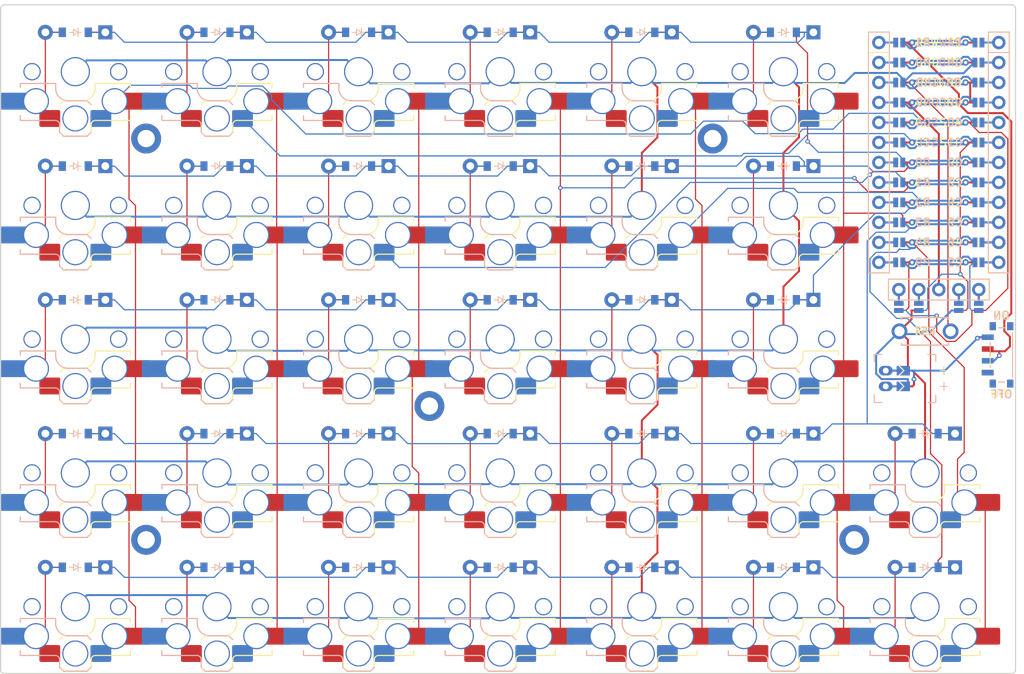
<source format=kicad_pcb>
(kicad_pcb (version 20240108) (generator "pcbnew") (generator_version "8.0")
  (title_block (title "helipad") (date "2024-10-28") (rev "0.1") (company "daniel-luan"))
  (layers (0 "F.Cu" signal) (31 "B.Cu" signal) (34 "B.Paste" user) (35 "F.Paste" user) (36 "B.SilkS" user "B.Silkscreen") (37 "F.SilkS" user "F.Silkscreen") (38 "B.Mask" user) (39 "F.Mask" user) (44 "Edge.Cuts" user))
  (net 0 "")
  (net 1 "C0")
  (net 2 "outer_mod")
  (net 3 "GND")
  (net 4 "outer_bottom")
  (net 5 "outer_home")
  (net 6 "outer_top")
  (net 7 "outer_num")
  (net 8 "C1")
  (net 9 "pinky_mod")
  (net 10 "pinky_bottom")
  (net 11 "pinky_home")
  (net 12 "pinky_top")
  (net 13 "pinky_num")
  (net 14 "C2")
  (net 15 "ring_mod")
  (net 16 "ring_bottom")
  (net 17 "ring_home")
  (net 18 "ring_top")
  (net 19 "ring_num")
  (net 20 "C3")
  (net 21 "middle_mod")
  (net 22 "middle_bottom")
  (net 23 "middle_home")
  (net 24 "middle_top")
  (net 25 "middle_num")
  (net 26 "C4")
  (net 27 "index_mod")
  (net 28 "index_bottom")
  (net 29 "index_home")
  (net 30 "index_top")
  (net 31 "index_num")
  (net 32 "C5")
  (net 33 "inner_mod")
  (net 34 "inner_bottom")
  (net 35 "inner_home")
  (net 36 "inner_top")
  (net 37 "inner_num")
  (net 38 "C6")
  (net 39 "extraInner_mod")
  (net 40 "extraInner_bottom")
  (net 41 "R4")
  (net 42 "R3")
  (net 43 "R2")
  (net 44 "R1")
  (net 45 "R0")
  (net 46 "RAW")
  (net 47 "RST")
  (net 48 "VCC")
  (net 49 "CS")
  (net 50 "P1")
  (net 51 "P0")
  (net 52 "SDA")
  (net 53 "SCL")
  (net 54 "P9")
  (net 55 "MCU1_24")
  (net 56 "MCU1_1")
  (net 57 "MCU1_23")
  (net 58 "MCU1_2")
  (net 59 "MCU1_22")
  (net 60 "MCU1_3")
  (net 61 "MCU1_21")
  (net 62 "MCU1_4")
  (net 63 "MCU1_20")
  (net 64 "MCU1_5")
  (net 65 "MCU1_19")
  (net 66 "MCU1_6")
  (net 67 "MCU1_18")
  (net 68 "MCU1_7")
  (net 69 "MCU1_17")
  (net 70 "MCU1_8")
  (net 71 "MCU1_16")
  (net 72 "MCU1_9")
  (net 73 "MCU1_15")
  (net 74 "MCU1_10")
  (net 75 "MCU1_14")
  (net 76 "MCU1_11")
  (net 77 "MCU1_13")
  (net 78 "MCU1_12")
  (net 79 "DISP1_1")
  (net 80 "DISP1_2")
  (net 81 "DISP1_4")
  (net 82 "DISP1_5")
  (net 83 "BAT_P")
  (net 84 "JST1_1")
  (net 85 "JST1_2")
  (footprint "ceoloide:mounting_hole_plated" (layer "F.Cu") (at 99 -8.5)
    (property "Reference" "H5" (hide yes))
    (property "Value" "")
  )
  (footprint "ceoloide:mounting_hole_plated" (layer "F.Cu") (at 9 -59.5)
    (property "Reference" "H2" (hide yes))
    (property "Value" "")
  )
  (footprint "ceoloide:reset_switch_tht_top" (layer "F.Cu") (at 108 -35)
    (property "Reference" "RST1" (hide yes))
    (property "Value" "")
  )
  (footprint "ceoloide:mounting_hole_plated" (layer "F.Cu") (at 81 -59.5)
    (property "Reference" "H4" (hide yes))
    (property "Value" "")
  )
  (footprint "ceoloide:power_switch_smd_side" (layer "F.Cu") (at 117.7 -32)
    (property "Reference" "PWR1" (hide yes))
    (property "Value" "")
  )
  (footprint "ceoloide:mounting_hole_plated" (layer "F.Cu") (at 45 -25.5)
    (property "Reference" "H3" (hide yes))
    (property "Value" "")
  )
  (footprint "ceoloide:battery_connector_jst_ph_2" (layer "F.Cu") (at 103 -29 90)
    (property "Reference" "JST1" (hide yes))
    (property "Value" "")
  )
  (footprint "ceoloide:display_nice_view" (layer "F.Cu") (at 109.75 -57)
    (property "Reference" "DISP1" (hide yes))
    (property "Value" "")
  )
  (footprint "ceoloide:mcu_nice_nano" (layer "F.Cu") (at 109.75 -59)
    (property "Reference" "MCU1" (hide yes))
    (property "Value" "")
  )
  (footprint "ceoloide:mounting_hole_plated" (layer "F.Cu") (at 9 -8.5)
    (property "Reference" "H1" (hide yes))
    (property "Value" "")
  )
  (footprint "ceoloide:switch_choc_v1_v2" (layer "B.Cu") (at 72 -68 180)
    (property "Reference" "S25" (hide yes))
    (property "Value" "")
  )
  (footprint "ceoloide:switch_choc_v1_v2" (layer "B.Cu") (at 72 -17 180)
    (property "Reference" "S22" (hide yes))
    (property "Value" "")
  )
  (footprint "ceoloide:diode_tht_sod123" (layer "B.Cu") (at 36 -73 180)
    (property "Reference" "D15" (hide yes))
    (property "Value" "")
  )
  (footprint "ceoloide:switch_choc_v1_v2" (layer "B.Cu") (at 36 -51 180)
    (property "Reference" "S14" (hide yes))
    (property "Value" "")
  )
  (footprint "ceoloide:switch_choc_v1_v2" (layer "B.Cu") (at 108 0 180)
    (property "Reference" "S31" (hide yes))
    (property "Value" "")
  )
  (footprint "ceoloide:diode_tht_sod123" (layer "B.Cu") (at 90 -5 180)
    (property "Reference" "D26" (hide yes))
    (property "Value" "")
  )
  (footprint "ceoloide:switch_choc_v1_v2" (layer "B.Cu") (at 72 0 180)
    (property "Reference" "S21" (hide yes))
    (property "Value" "")
  )
  (footprint "ceoloide:diode_tht_sod123" (layer "B.Cu") (at 0 -5 180)
    (property "Reference" "D1" (hide yes))
    (property "Value" "")
  )
  (footprint "ceoloide:switch_choc_v1_v2" (layer "B.Cu") (at 108 -17 180)
    (property "Reference" "S32" (hide yes))
    (property "Value" "")
  )
  (footprint "ceoloide:diode_tht_sod123" (layer "B.Cu") (at 72 -39 180)
    (property "Reference" "D23" (hide yes))
    (property "Value" "")
  )
  (footprint "ceoloide:switch_choc_v1_v2" (layer "B.Cu") (at 18 -17 180)
    (property "Reference" "S7" (hide yes))
    (property "Value" "")
  )
  (footprint "ceoloide:switch_choc_v1_v2" (layer "B.Cu") (at 18 0 180)
    (property "Reference" "S6" (hide yes))
    (property "Value" "")
  )
  (footprint "ceoloide:diode_tht_sod123" (layer "B.Cu") (at 90 -22 180)
    (property "Reference" "D27" (hide yes))
    (property "Value" "")
  )
  (footprint "ceoloide:diode_tht_sod123" (layer "B.Cu") (at 18 -39 180)
    (property "Reference" "D8" (hide yes))
    (property "Value" "")
  )
  (footprint "ceoloide:switch_choc_v1_v2" (layer "B.Cu") (at 90 -17 180)
    (property "Reference" "S27" (hide yes))
    (property "Value" "")
  )
  (footprint "ceoloide:diode_tht_sod123" (layer "B.Cu") (at 72 -73 180)
    (property "Reference" "D25" (hide yes))
    (property "Value" "")
  )
  (footprint "ceoloide:diode_tht_sod123" (layer "B.Cu") (at 72 -56 180)
    (property "Reference" "D24" (hide yes))
    (property "Value" "")
  )
  (footprint "ceoloide:diode_tht_sod123" (layer "B.Cu") (at 54 -73 180)
    (property "Reference" "D20" (hide yes))
    (property "Value" "")
  )
  (footprint "ceoloide:switch_choc_v1_v2" (layer "B.Cu") (at 0 -68 180)
    (property "Reference" "S5" (hide yes))
    (property "Value" "")
  )
  (footprint "ceoloide:switch_choc_v1_v2" (layer "B.Cu") (at 36 0 180)
    (property "Reference" "S11" (hide yes))
    (property "Value" "")
  )
  (footprint "ceoloide:diode_tht_sod123" (layer "B.Cu") (at 108 -22 180)
    (property "Reference" "D32" (hide yes))
    (property "Value" "")
  )
  (footprint "ceoloide:switch_choc_v1_v2" (layer "B.Cu") (at 0 0 180)
    (property "Reference" "S1" (hide yes))
    (property "Value" "")
  )
  (footprint "ceoloide:switch_choc_v1_v2" (layer "B.Cu") (at 54 0 180)
    (property "Reference" "S16" (hide yes))
    (property "Value" "")
  )
  (footprint "ceoloide:switch_choc_v1_v2" (layer "B.Cu") (at 90 -34 180)
    (property "Reference" "S28" (hide yes))
    (property "Value" "")
  )
  (footprint "ceoloide:switch_choc_v1_v2" (layer "B.Cu") (at 0 -34 180)
    (property "Reference" "S3" (hide yes))
    (property "Value" "")
  )
  (footprint "ceoloide:switch_choc_v1_v2" (layer "B.Cu") (at 0 -17 180)
    (property "Reference" "S2" (hide yes))
    (property "Value" "")
  )
  (footprint "ceoloide:diode_tht_sod123" (layer "B.Cu") (at 0 -56 180)
    (property "Reference" "D4" (hide yes))
    (property "Value" "")
  )
  (footprint "ceoloide:diode_tht_sod123" (layer "B.Cu") (at 54 -56 180)
    (property "Reference" "D19" (hide yes))
    (property "Value" "")
  )
  (footprint "ceoloide:diode_tht_sod123" (layer "B.Cu") (at 36 -5 180)
    (property "Reference" "D11" (hide yes))
    (property "Value" "")
  )
  (footprint "ceoloide:switch_choc_v1_v2" (layer "B.Cu") (at 36 -68 180)
    (property "Reference" "S15" (hide yes))
    (property "Value" "")
  )
  (footprint "ceoloide:diode_tht_sod123" (layer "B.Cu") (at 90 -73 180)
    (property "Reference" "D30" (hide yes))
    (property "Value" "")
  )
  (footprint "ceoloide:switch_choc_v1_v2" (layer "B.Cu") (at 72 -51 180)
    (property "Reference" "S24" (hide yes))
    (property "Value" "")
  )
  (footprint "ceoloide:diode_tht_sod123" (layer "B.Cu") (at 72 -22 180)
    (property "Reference" "D22" (hide yes))
    (property "Value" "")
  )
  (footprint "ceoloide:diode_tht_sod123" (layer "B.Cu") (at 54 -22 180)
    (property "Reference" "D17" (hide yes))
    (property "Value" "")
  )
  (footprint "ceoloide:switch_choc_v1_v2" (layer "B.Cu") (at 72 -34 180)
    (property "Reference" "S23" (hide yes))
    (property "Value" "")
  )
  (footprint "ceoloide:switch_choc_v1_v2" (layer "B.Cu") (at 90 -51 180)
    (property "Reference" "S29" (hide yes))
    (property "Value" "")
  )
  (footprint "ceoloide:diode_tht_sod123" (layer "B.Cu") (at 36 -22 180)
    (property "Reference" "D12" (hide yes))
    (property "Value" "")
  )
  (footprint "ceoloide:switch_choc_v1_v2" (layer "B.Cu") (at 54 -51 180)
    (property "Reference" "S19" (hide yes))
    (property "Value" "")
  )
  (footprint "ceoloide:diode_tht_sod123" (layer "B.Cu") (at 54 -5 180)
    (property "Reference" "D16" (hide yes))
    (property "Value" "")
  )
  (footprint "ceoloide:diode_tht_sod123" (layer "B.Cu") (at 72 -5 180)
    (property "Reference" "D21" (hide yes))
    (property "Value" "")
  )
  (footprint "ceoloide:diode_tht_sod123" (layer "B.Cu") (at 18 -5 180)
    (property "Reference" "D6" (hide yes))
    (property "Value" "")
  )
  (footprint "ceoloide:switch_choc_v1_v2" (layer "B.Cu") (at 54 -17 180)
    (property "Reference" "S17" (hide yes))
    (property "Value" "")
  )
  (footprint "ceoloide:switch_choc_v1_v2" (layer "B.Cu") (at 18 -51 180)
    (property "Reference" "S9" (hide yes))
    (property "Value" "")
  )
  (footprint "ceoloide:switch_choc_v1_v2" (layer "B.Cu") (at 54 -68 180)
    (property "Reference" "S20" (hide yes))
    (property "Value" "")
  )
  (footprint "ceoloide:diode_tht_sod123" (layer "B.Cu") (at 0 -73 180)
    (property "Reference" "D5" (hide yes))
    (property "Value" "")
  )
  (footprint "ceoloide:diode_tht_sod123" (layer "B.Cu") (at 0 -39 180)
    (property "Reference" "D3" (hide yes))
    (property "Value" "")
  )
  (footprint "ceoloide:switch_choc_v1_v2" (layer "B.Cu") (at 36 -17 180)
    (property "Reference" "S12" (hide yes))
    (property "Value" "")
  )
  (footprint "ceoloide:switch_choc_v1_v2" (layer "B.Cu") (at 36 -34 180)
    (property "Reference" "S13" (hide yes))
    (property "Value" "")
  )
  (footprint "ceoloide:switch_choc_v1_v2" (layer "B.Cu") (at 54 -34 180)
    (property "Reference" "S18" (hide yes))
    (property "Value" "")
  )
  (footprint "ceoloide:switch_choc_v1_v2" (layer "B.Cu") (at 18 -34 180)
    (property "Reference" "S8" (hide yes))
    (property "Value" "")
  )
  (footprint "ceoloide:switch_choc_v1_v2" (layer "B.Cu") (at 18 -68 180)
    (property "Reference" "S10" (hide yes))
    (property "Value" "")
  )
  (footprint "ceoloide:diode_tht_sod123" (layer "B.Cu") (at 108 -5 180)
    (property "Reference" "D31" (hide yes))
    (property "Value" "")
  )
  (footprint "ceoloide:diode_tht_sod123" (layer "B.Cu") (at 54 -39 180)
    (property "Reference" "D18" (hide yes))
    (property "Value" "")
  )
  (footprint "ceoloide:diode_tht_sod123" (layer "B.Cu") (at 18 -22 180)
    (property "Reference" "D7" (hide yes))
    (property "Value" "")
  )
  (footprint "ceoloide:diode_tht_sod123" (layer "B.Cu") (at 90 -39 180)
    (property "Reference" "D28" (hide yes))
    (property "Value" "")
  )
  (footprint "ceoloide:diode_tht_sod123" (layer "B.Cu") (at 18 -56 180)
    (property "Reference" "D9" (hide yes))
    (property "Value" "")
  )
  (footprint "ceoloide:diode_tht_sod123" (layer "B.Cu") (at 90 -56 180)
    (property "Reference" "D29" (hide yes))
    (property "Value" "")
  )
  (footprint "ceoloide:diode_tht_sod123" (layer "B.Cu") (at 0 -22 180)
    (property "Reference" "D2" (hide yes))
    (property "Value" "")
  )
  (footprint "ceoloide:diode_tht_sod123" (layer "B.Cu") (at 36 -39 180)
    (property "Reference" "D13" (hide yes))
    (property "Value" "")
  )
  (footprint "ceoloide:switch_choc_v1_v2" (layer "B.Cu") (at 90 0 180)
    (property "Reference" "S26" (hide yes))
    (property "Value" "")
  )
  (footprint "ceoloide:diode_tht_sod123" (layer "B.Cu") (at 36 -56 180)
    (property "Reference" "D14" (hide yes))
    (property "Value" "")
  )
  (footprint "ceoloide:switch_choc_v1_v2" (layer "B.Cu") (at 0 -51 180)
    (property "Reference" "S4" (hide yes))
    (property "Value" "")
  )
  (footprint "ceoloide:switch_choc_v1_v2" (layer "B.Cu") (at 90 -68 180)
    (property "Reference" "S30" (hide yes))
    (property "Value" "")
  )
  (footprint "ceoloide:diode_tht_sod123" (layer "B.Cu") (at 18 -73 180)
    (property "Reference" "D10" (hide yes))
    (property "Value" "")
  )
  (gr_arc (start -9.5 -76) (mid -9.353553 -76.353553) (end -9 -76.5) (stroke (width 0.15)) (layer "Edge.Cuts"))
  (gr_line (start 119.5 8) (end 119.5 -76) (stroke (width 0.15)) (layer "Edge.Cuts"))
  (gr_arc (start -9 8.5) (mid -9.353553 8.353553) (end -9.5 8) (stroke (width 0.15)) (layer "Edge.Cuts"))
  (gr_arc (start 119 -76.5) (mid 119.353553 -76.353553) (end 119.5 -76) (stroke (width 0.15)) (layer "Edge.Cuts"))
  (gr_arc (start 119.5 8) (mid 119.353553 8.353553) (end 119 8.5) (stroke (width 0.15)) (layer "Edge.Cuts"))
  (gr_line (start 119 -76.5) (end -9 -76.5) (stroke (width 0.15)) (layer "Edge.Cuts"))
  (gr_line (start -9 8.5) (end 119 8.5) (stroke (width 0.15)) (layer "Edge.Cuts"))
  (gr_line (start -9.5 -76) (end -9.5 8) (stroke (width 0.15)) (layer "Edge.Cuts"))
  (segment (start 6.8237 -13.25) (end 5 -13.25) (width 0.15) (layer "F.Cu") (net 1))
  (segment (start 6.8237 -64.25) (end 6.8237 -51.8009) (width 0.15) (layer "F.Cu") (net 1))
  (segment (start 7.6475 -30.25) (end 7.6475 -13.25) (width 0.15) (layer "F.Cu") (net 1))
  (segment (start 6.8237 -51.8009) (end 7.6475 -50.9771) (width 0.15) (layer "F.Cu") (net 1))
  (segment (start 7.6475 -64.25) (end 6.8237 -64.25) (width 0.15) (layer "F.Cu") (net 1))
  (segment (start 7.6475 -50.9771) (end 7.6475 -47.25) (width 0.15) (layer "F.Cu") (net 1))
  (segment (start 7.6475 -47.25) (end 7.6475 -30.25) (width 0.15) (layer "F.Cu") (net 1))
  (segment (start 7.6475 -13.25) (end 6.8237 -13.25) (width 0.15) (layer "F.Cu") (net 1))
  (segment (start 7.6475 3.75) (end 5 3.75) (width 0.15) (layer "F.Cu") (net 1))
  (segment (start 7.6475 -47.25) (end 5 -47.25) (width 0.15) (layer "F.Cu") (net 1))
  (segment (start 6.8237 -0.8009) (end 7.6475 0.0229) (width 0.15) (layer "F.Cu") (net 1))
  (segment (start 6.8237 -13.25) (end 6.8237 -0.8009) (width 0.15) (layer "F.Cu") (net 1))
  (segment (start 6.8237 -64.25) (end 5 -64.25) (width 0.15) (layer "F.Cu") (net 1))
  (segment (start 7.6475 0.0229) (end 7.6475 3.75) (width 0.15) (layer "F.Cu") (net 1))
  (segment (start 7.6475 -30.25) (end 5 -30.25) (width 0.15) (layer "F.Cu") (net 1))
  (segment (start 105.17 -61.54) (end 106.35 -61.54) (width 0.25) (layer "F.Cu") (net 1))
  (segment (start 23.7968 -66.1757) (end 19.4028 -66.1757) (width 0.15) (layer "B.Cu") (net 1))
  (segment (start 5 -29.805) (end 5 -30.25) (width 0.15) (layer "B.Cu") (net 1))
  (segment (start 96.3151 -60.699) (end 92.4837 -60.699) (width 0.15) (layer "B.Cu") (net 1))
  (segment (start 3.245 -11.05) (end 5 -12.805) (width 0.15) (layer "B.Cu") (net 1))
  (segment (start 14.5257 -66.2743) (end 7.0243 -66.2743) (width 0.15) (layer "B.Cu") (net 1))
  (segment (start 114.33 -61.54) (end 114.175 -61.54) (width 0.25) (layer "B.Cu") (net 1))
  (segment (start 24.9251 -64.438) (end 24.9251 -65.0474) (width 0.15) (layer "B.Cu") (net 1))
  (segment (start 3.245 -45.05) (end 5 -46.805) (width 0.15) (layer "B.Cu") (net 1))
  (segment (start 5 4.195) (end 5 3.75) (width 0.15) (layer "B.Cu") (net 1))
  (segment (start 3.245 5.95) (end 5 4.195) (width 0.15) (layer "B.Cu") (net 1))
  (segment (start 106.4882 -62.7015) (end 98.3176 -62.7015) (width 0.15) (layer "B.Cu") (net 1))
  (segment (start 112.345 -61.76) (end 107.4297 -61.76) (width 0.25) (layer "B.Cu") (net 1))
  (segment (start 19.4028 -66.1757) (end 19.1019 -65.8748) (width 0.15) (layer "B.Cu") (net 1))
  (segment (start 14.9252 -65.8748) (end 14.5257 -66.2743) (width 0.15) (layer "B.Cu") (net 1))
  (segment (start 114.175 -61.54) (end 113.45 -62.265) (width 0.25) (layer "B.Cu") (net 1))
  (segment (start 92.4837 -60.699) (end 91.9093 -60.1246) (width 0.15) (layer "B.Cu") (net 1))
  (segment (start 3.245 -28.05) (end 5 -29.805) (width 0.15) (layer "B.Cu") (net 1))
  (segment (start 79.8412 -61.7156) (end 78.2026 -60.077) (width 0.15) (layer "B.Cu") (net 1))
  (segment (start 19.1019 -65.8748) (end 14.9252 -65.8748) (width 0.15) (layer "B.Cu") (net 1))
  (segment (start 106.57 -61.76) (end 106.35 -61.54) (width 0.15) (layer "B.Cu") (net 1))
  (segment (start 29.2861 -60.077) (end 24.9251 -64.438) (width 0.15) (layer "B.Cu") (net 1))
  (segment (start 7.0243 -66.2743) (end 5 -64.25) (width 0.15) (layer "B.Cu") (net 1))
  (segment (start 91.9093 -60.1246) (end 86.4028 -60.1246) (width 0.15) (layer "B.Cu") (net 1))
  (segment (start 3.245 -62.05) (end 5 -63.805) (width 0.15) (layer "B.Cu") (net 1))
  (segment (start 113.45 -62.265) (end 112.85 -62.265) (width 0.25) (layer "B.Cu") (net 1))
  (segment (start 84.8118 -61.7156) (end 79.8412 -61.7156) (width 0.15) (layer "B.Cu") (net 1))
  (segment (start 5 -46.805) (end 5 -47.25) (width 0.15) (layer "B.Cu") (net 1))
  (segment (start 5 -12.805) (end 5 -13.25) (width 0.15) (layer "B.Cu") (net 1))
  (segment (start 107.4297 -61.76) (end 106.57 -61.76) (width 0.25) (layer "B.Cu") (net 1))
  (segment (start 5 -63.805) (end 5 -64.25) (width 0.15) (layer "B.Cu") (net 1))
  (segment (start 114.525 -61.54) (end 114.33 -61.54) (width 0.25) (layer "B.Cu") (net 1))
  (segment (start 107.4297 -61.76) (end 106.4882 -62.7015) (width 0.15) (layer "B.Cu") (net 1))
  (segment (start 112.85 -62.265) (end 112.345 -61.76) (width 0.25) (layer "B.Cu") (net 1))
  (segment (start 78.2026 -60.077) (end 29.2861 -60.077) (width 0.15) (layer "B.Cu") (net 1))
  (segment (start 98.3176 -62.7015) (end 96.3151 -60.699) (width 0.15) (layer "B.Cu") (net 1))
  (segment (start 86.4028 -60.1246) (end 84.8118 -61.7156) (width 0.15) (layer "B.Cu") (net 1))
  (segment (start 24.9251 -65.0474) (end 23.7968 -66.1757) (width 0.15) (layer "B.Cu") (net 1))
  (segment (start -3.81 -5) (end -3.81 2.56) (width 0.15) (layer "F.Cu") (net 2))
  (segment (start -3.81 -5) (end -1.65 -5) (width 0.15) (layer "F.Cu") (net 2))
  (segment (start -5 3.75) (end -3.245 5.505) (width 0.15) (layer "F.Cu") (net 2))
  (segment (start -3.245 5.505) (end -3.245 5.95) (width 0.15) (layer "F.Cu") (net 2))
  (segment (start -3.81 2.56) (end -5 3.75) (width 0.15) (layer "F.Cu") (net 2))
  (segment (start -3.81 -5) (end -1.65 -5) (width 0.15) (layer "B.Cu") (net 2))
  (segment (start -7.6475 3.75) (end -5 3.75) (width 0.15) (layer "B.Cu") (net 2))
  (segment (start 90 -68) (end 91.982 -66.018) (width 0.25) (layer "F.Cu") (net 3))
  (segment (start 72 -57.6723) (end 72 -51) (width 0.25) (layer "F.Cu") (net 3))
  (segment (start 114.33 -66.62) (end 113.74 -66.62) (width 0.25) (layer "F.Cu") (net 3))
  (segment (start 72 0) (end 72 -4.8713) (width 0.25) (layer "F.Cu") (net 3))
  (segment (start 105.816 -30) (end 106.3913 -30) (width 0.25) (layer "F.Cu") (net 3))
  (segment (start 106.2847 -36.5347) (end 106.2847 -37.65) (width 0.25) (layer "F.Cu") (net 3))
  (segment (start 73.982 -6.8533) (end 73.982 -15.018) (width 0.25) (layer "F.Cu") (net 3))
  (segment (start 114.33 -64.08) (end 113.74 -64.08) (width 0.25) (layer "F.Cu") (net 3))
  (segment (start 105.816 -30) (end 105.816 -33.934) (width 0.25) (layer "F.Cu") (net 3))
  (segment (start 90 -40.6723) (end 90 -34) (width 0.25) (layer "F.Cu") (net 3))
  (segment (start 74.0015 -25.6738) (end 72 -23.6723) (width 0.25) (layer "F.Cu") (net 3))
  (segment (start 104.75 -35) (end 106.2847 -36.5347) (width 0.25) (layer "F.Cu") (net 3))
  (segment (start 113.74 -64.08) (end 113.15 -64.08) (width 0.25) (layer "F.Cu") (net 3))
  (segment (start 113.74 -64.08) (end 113.74 -66.62) (width 0.25) (layer "F.Cu") (net 3))
  (segment (start 91.982 -49.018) (end 91.982 -42.6543) (width 0.25) (layer "F.Cu") (net 3))
  (segment (start 105.816 -33.934) (end 104.75 -35) (width 0.25) (layer "F.Cu") (net 3))
  (segment (start 90 -51) (end 91.982 -49.018) (width 0.25) (layer "F.Cu") (net 3))
  (segment (start 74.0015 -31.9985) (end 74.0015 -25.6738) (width 0.25) (layer "F.Cu") (net 3))
  (segment (start 73.982 -66.018) (end 73.982 -59.6543) (width 0.25) (layer "F.Cu") (net 3))
  (segment (start 72 -34) (end 74.0015 -31.9985) (width 0.25) (layer "F.Cu") (net 3))
  (segment (start 105.17 -69.16) (end 106.35 -69.16) (width 0.25) (layer "F.Cu") (net 3))
  (segment (start 107.21 -37.65) (end 106.2847 -37.65) (width 0.25) (layer "F.Cu") (net 3))
  (segment (start 73.982 -15.018) (end 72 -17) (width 0.25) (layer "F.Cu") (net 3))
  (segment (start 113.74 -66.62) (end 113.15 -66.62) (width 0.25) (layer "F.Cu") (net 3))
  (segment (start 108 -17) (end 108 -28.3913) (width 0.25) (layer "F.Cu") (net 3))
  (segment (start 72 -68) (end 73.982 -66.018) (width 0.25) (layer "F.Cu") (net 3))
  (segment (start 73.982 -59.6543) (end 72 -57.6723) (width 0.25) (layer "F.Cu") (net 3))
  (segment (start 72 -23.6723) (end 72 -17) (width 0.25) (layer "F.Cu") (net 3))
  (segment (start 91.982 -42.6543) (end 90 -40.6723) (width 0.25) (layer "F.Cu") (net 3))
  (segment (start 72 -4.8713) (end 73.982 -6.8533) (width 0.25) (layer "F.Cu") (net 3))
  (segment (start 91.982 -66.018) (end 91.982 -59.6543) (width 0.25) (layer "F.Cu") (net 3))
  (segment (start 90 -57.6723) (end 90 -51) (width 0.25) (layer "F.Cu") (net 3))
  (segment (start 91.982 -59.6543) (end 90 -57.6723) (width 0.25) (layer "F.Cu") (net 3))
  (segment (start 108 -28.3913) (end 106.3913 -30) (width 0.25) (layer "F.Cu") (net 3))
  (segment (start 72 -17) (end 70.5701 -15.5701) (width 0.25) (layer "B.Cu") (net 3))
  (segment (start 54 -34) (end 52.5739 -32.5739) (width 0.25) (layer "B.Cu") (net 3))
  (segment (start 18 -17) (end 16.5293 -18.4707) (width 0.25) (layer "B.Cu") (net 3))
  (segment (start 16.5596 -69.4404) (end 1.4404 -69.4404) (width 0.25) (layer "B.Cu") (net 3))
  (segment (start 114.175 -69.16) (end 113.45 -69.885) (width 0.25) (layer "B.Cu") (net 3))
  (segment (start 105.2475 -66.62) (end 105.325 -66.62) (width 0.25) (layer "B.Cu") (net 3))
  (segment (start 106.4229 -67.7954) (end 112.8919 -67.7954) (width 0.25) (layer "B.Cu") (net 3))
  (segment (start 106.56 1.44) (end 91.44 1.44) (width 0.25) (layer "B.Cu") (net 3))
  (segment (start 36 -17) (end 34.5196 -15.5196) (width 0.25) (layer "B.Cu") (net 3))
  (segment (start 19.445 1.445) (end 18 0) (width 0.25) (layer "B.Cu") (net 3))
  (segment (start 101.7826 -29.6103) (end 102.4676 -28.9253) (width 0.25) (layer "B.Cu") (net 3))
  (segment (start 55.4299 -32.5701) (end 54 -34) (width 0.25) (layer "B.Cu") (net 3))
  (segment (start 36 -68) (end 34.5191 -69.4809) (width 0.25) (layer "B.Cu") (net 3))
  (segment (start 16.5293 -1.4707) (end 1.4707 -1.4707) (width 0.25) (layer "B.Cu") (net 3))
  (segment (start 19.4261 -49.5739) (end 18 -51) (width 0.25) (layer "B.Cu") (net 3))
  (segment (start 88.56 -32.56) (end 73.44 -32.56) (width 0.25) (layer "B.Cu") (net 3))
  (segment (start 72 -68) (end 70.5739 -66.5739) (width 0.25) (layer "B.Cu") (net 3))
  (segment (start 70.56 -49.56) (end 55.44 -49.56) (width 0.25) (layer "B.Cu") (net 3))
  (segment (start 37.4261 -32.5739) (end 36 -34) (width 0.25) (layer "B.Cu") (net 3))
  (segment (start 1.4707 -35.4707) (end 0 -34) (width 0.25) (layer "B.Cu") (net 3))
  (segment (start 104.4278 -67.8382) (end 99.0634 -67.8382) (width 0.25) (layer "B.Cu") (net 3))
  (segment (start 19.4804 -32.5196) (end 18 -34) (width 0.25) (layer "B.Cu") (net 3))
  (segment (start 19.4804 -15.5196) (end 18 -17) (width 0.25) (layer "B.Cu") (net 3))
  (segment (start 112.85 -69.885) (end 112.345 -69.38) (width 0.25) (layer "B.Cu") (net 3))
  (segment (start 72 -51) (end 70.56 -49.56) (width 0.25) (layer "B.Cu") (net 3))
  (segment (start 90 -17) (end 91.4641 -18.4641) (width 0.25) (layer "B.Cu") (net 3))
  (segment (start 18 -68) (end 16.5596 -69.4404) (width 0.25) (layer "B.Cu") (net 3))
  (segment (start 90 0) (end 88.5701 1.4299) (width 0.25) (layer "B.Cu") (net 3))
  (segment (start 113.45 -69.885) (end 112.85 -69.885) (width 0.25) (layer "B.Cu") (net 3))
  (segment (start 72 -34) (end 70.5701 -32.5701) (width 0.25) (layer "B.Cu") (net 3))
  (segment (start 36 -51) (end 34.5739 -49.5739) (width 0.25) (layer "B.Cu") (net 3))
  (segment (start 52.5739 -32.5739) (end 37.4261 -32.5739) (width 0.25) (layer "B.Cu") (net 3))
  (segment (start 18 0) (end 16.5293 -1.4707) (width 0.25) (layer "B.Cu") (net 3))
  (segment (start 34.5739 -49.5739) (end 19.4261 -49.5739) (width 0.25) (layer "B.Cu") (net 3))
  (segment (start 54 -68) (end 52.5196 -66.5196) (width 0.25) (layer "B.Cu") (net 3))
  (segment (start 106.65 -65.895) (end 107.145 -66.39) (width 0.25) (layer "B.Cu") (net 3))
  (segment (start 19.4809 -69.4809) (end 18 -68) (width 0.25) (layer "B.Cu") (net 3))
  (segment (start 1.4707 -1.4707) (end 0 0) (width 0.25) (layer "B.Cu") (net 3))
  (segment (start 108.7147 -35) (end 111.3647 -37.65) (width 0.25) (layer "B.Cu") (net 3))
  (segment (start 72 0) (end 70.5739 1.4261) (width 0.25) (layer "B.Cu") (net 3))
  (segment (start 104.975 -64.08) (end 105.17 -64.08) (width 0.25) (layer "B.Cu") (net 3))
  (segment (start 108 0) (end 106.56 1.44) (width 0.25) (layer "B.Cu") (net 3))
  (segment (start 37.4261 -15.5739) (end 36 -17) (width 0.25) (layer "B.Cu") (net 3))
  (segment (start 34.555 1.445) (end 19.445 1.445) (width 0.25) (layer "B.Cu") (net 3))
  (segment (start 114.33 -69.16) (end 114.175 -69.16) (width 0.25) (layer "B.Cu") (net 3))
  (segment (start 72 -17) (end 73.44 -15.56) (width 0.25) (layer "B.Cu") (net 3))
  (segment (start 16.5293 -18.4707) (end 1.4707 -18.4707) (width 0.25) (layer "B.Cu") (net 3))
  (segment (start 88.5701 1.4299) (end 73.4299 1.4299) (width 0.25) (layer "B.Cu") (net 3))
  (segment (start 106.5359 -18.4641) (end 108 -17) (width 0.25) (layer "B.Cu") (net 3))
  (segment (start 54 0) (end 52.5196 1.4804) (width 0.25) (layer "B.Cu") (net 3))
  (segment (start 70.5739 -66.5739) (end 55.4261 -66.5739) (width 0.25) (layer "B.Cu") (net 3))
  (segment (start 52.5739 -15.5739) (end 37.4261 -15.5739) (width 0.25) (layer "B.Cu") (net 3))
  (segment (start 36 0) (end 34.555 1.445) (width 0.25) (layer "B.Cu") (net 3))
  (segment (start 106.05 -63.355) (end 106.65 -63.355) (width 0.25) (layer "B.Cu") (net 3))
  (segment (start 105.4468 -66.8193) (end 104.4278 -67.8382) (width 0.25) (layer "B.Cu") (net 3))
  (segment (start 1.4254 -49.5746) (end 16.5746 -49.5746) (width 0.25) (layer "B.Cu") (net 3))
  (segment (start 91.44 -66.56) (end 90 -68) (width 0.25) (layer "B.Cu") (net 3))
  (segment (start 112.29 -37.65) (end 111.3647 -37.65) (width 0.25) (layer "B.Cu") (net 3))
  (segment (start 70.5701 -15.5701) (end 55.4299 -15.5701) (width 0.25) (layer "B.Cu") (net 3))
  (segment (start 105.325 -64.08) (end 106.05 -63.355) (width 0.25) (layer "B.Cu") (net 3))
  (segment (start 114.525 -69.16) (end 114.33 -69.16) (width 0.25) (layer "B.Cu") (net 3))
  (segment (start 88.5701 -66.5701) (end 73.4299 -66.5701) (width 0.25) (layer "B.Cu") (net 3))
  (segment (start 73.44 -15.56) (end 88.56 -15.56) (width 0.25) (layer "B.Cu") (net 3))
  (segment (start 107.145 -63.85) (end 112.92 -63.85) (width 0.25) (layer "B.Cu") (net 3))
  (segment (start 0 -51) (end 1.4254 -49.5746) (width 0.25) (layer "B.Cu") (net 3))
  (segment (start 34.5196 -32.5196) (end 19.4804 -32.5196) (width 0.25) (layer "B.Cu") (net 3))
  (segment (start 106.65 -63.355) (end 107.145 -63.85) (width 0.25) (layer "B.Cu") (net 3))
  (segment (start 105.17 -66.62) (end 105.2475 -66.62) (width 0.25) (layer "B.Cu") (net 3))
  (segment (start 37.4804 -66.5196) (end 36 -68) (width 0.25) (layer "B.Cu") (net 3))
  (segment (start 88.56 -15.56) (end 90 -17) (width 0.25) (layer "B.Cu") (net 3))
  (segment (start 52.5196 -66.5196) (end 37.4804 -66.5196) (width 0.25) (layer "B.Cu") (net 3))
  (segment (start 70.5701 -32.5701) (end 55.4299 -32.5701) (width 0.25) (layer "B.Cu") (net 3))
  (segment (start 112.92 -66.39) (end 113.15 -66.62) (width 0.25) (layer "B.Cu") (net 3))
  (segment (start 54 -17) (end 52.5739 -15.5739) (width 0.25) (layer "B.Cu") (net 3))
  (segment (start 105.325 -66.62) (end 106.05 -65.895) (width 0.25) (layer "B.Cu") (net 3))
  (segment (start 104.975 -66.62) (end 105.17 -66.62) (width 0.25) (layer "B.Cu") (net 3))
  (segment (start 91.4641 -18.4641) (end 106.5359 -18.4641) (width 0.25) (layer "B.Cu") (net 3))
  (segment (start 52.5196 1.4804) (end 37.4804 1.4804) (width 0.25) (layer "B.Cu") (net 3))
  (segment (start 91.44 1.44) (end 90 0) (width 0.25) (layer "B.Cu") (net 3))
  (segment (start 34.5196 -15.5196) (end 19.4804 -15.5196) (width 0.25) (layer "B.Cu") (net 3))
  (segment (start 99.0634 -67.8382) (end 97.7852 -66.56) (width 0.25) (layer "B.Cu") (net 3))
  (segment (start 104.75 -35) (end 101.7826 -32.0326) (width 0.25) (layer "B.Cu") (net 3))
  (segment (start 107.3823 -34.6444) (end 107.7378 -34.9999) (width 0.25) (layer "B.Cu") (net 3))
  (segment (start 107.7378 -35) (end 108.7147 -35) (width 0.25) (layer "B.Cu") (net 3))
  (segment (start 90 -68) (end 88.5701 -66.5701) (width 0.25) (layer "B.Cu") (net 3))
  (segment (start 55.44 -49.56) (end 54 -51) (width 0.25) (layer "B.Cu") (net 3))
  (segment (start 70.5739 1.4261) (end 55.4261 1.4261) (width 0.25) (layer "B.Cu") (net 3))
  (segment (start 102.4676 -28.9253) (end 105.816 -28.9253) (width 0.25) (layer "B.Cu") (net 3))
  (segment (start 37.4804 1.4804) (end 36 0) (width 0.25) (layer "B.Cu") (net 3))
  (segment (start 37.4299 -49.5701) (end 36 -51) (width 0.25) (layer "B.Cu") (net 3))
  (segment (start 105.4468 -66.8193) (end 106.4229 -67.7954) (width 0.25) (layer "B.Cu") (net 3))
  (segment (start 73.44 -32.56) (end 72 -34) (width 0.25) (layer "B.Cu") (net 3))
  (segment (start 36 -34) (end 34.5196 -32.5196) (width 0.25) (layer "B.Cu") (net 3))
  (segment (start 73.4299 1.4299) (end 72 0) (width 0.25) (layer "B.Cu") (net 3))
  (segment (start 54 -51) (end 52.5701 -49.5701) (width 0.25) (layer "B.Cu") (net 3))
  (segment (start 105.1056 -34.6444) (end 107.3823 -34.6444) (width 0.25) (layer "B.Cu") (net 3))
  (segment (start 52.5701 -49.5701) (end 37.4299 -49.5701) (width 0.25) (layer "B.Cu") (net 3))
  (segment (start 55.4299 -15.5701) (end 54 -17) (width 0.25) (layer "B.Cu") (net 3))
  (segment (start 107.145 -66.39) (end 112.92 -66.39) (width 0.25) (layer "B.Cu") (net 3))
  (segment (start 112.345 -69.38) (end 106.57 -69.38) (width 0.25) (layer "B.Cu") (net 3))
  (segment (start 73.4299 -66.5701) (end 72 -68) (width 0.25) (layer "B.Cu") (net 3))
  (segment (start 34.5191 -69.4809) (end 19.4809 -69.4809) (width 0.25) (layer "B.Cu") (net 3))
  (segment (start 101.7826 -32.0326) (end 101.7826 -29.6103) (width 0.25) (layer "B.Cu") (net 3))
  (segment (start 106.57 -69.38) (end 106.35 -69.16) (width 0.25) (layer "B.Cu") (net 3))
  (segment (start 97.7852 -66.56) (end 91.44 -66.56) (width 0.25) (layer "B.Cu") (net 3))
  (segment (start 105.17 -64.08) (end 105.325 -64.08) (width 0.25) (layer "B.Cu") (net 3))
  (segment (start 1.4404 -69.4404) (end 0 -68) (width 0.25) (layer "B.Cu") (net 3))
  (segment (start 105.816 -28) (end 105.816 -28.9253) (width 0.25) (layer "B.Cu") (net 3))
  (segment (start 112.92 -63.85) (end 113.15 -64.08) (width 0.25) (layer "B.Cu") (net 3))
  (segment (start 112.8919 -67.7954) (end 114.175 -69.0785) (width 0.25) (layer "B.Cu") (net 3))
  (segment (start 55.4261 1.4261) (end 54 0) (width 0.25) (layer "B.Cu") (net 3))
  (segment (start 1.4707 -18.4707) (end 0 -17) (width 0.25) (layer "B.Cu") (net 3))
  (segment (start 16.5746 -49.5746) (end 18 -51) (width 0.25) (layer "B.Cu") (net 3))
  (segment (start 106.05 -65.895) (end 106.65 -65.895) (width 0.25) (layer "B.Cu") (net 3))
  (segment (start 55.4261 -66.5739) (end 54 -68) (width 0.25) (layer "B.Cu") (net 3))
  (segment (start 114.175 -69.0785) (end 114.175 -69.16) (width 0.25) (layer "B.Cu") (net 3))
  (segment (start 16.5293 -35.4707) (end 1.4707 -35.4707) (width 0.25) (layer "B.Cu") (net 3))
  (segment (start 104.75 -35) (end 105.1056 -34.6444) (width 0.25) (layer "B.Cu") (net 3))
  (segment (start 107.7378 -34.9999) (end 107.7378 -35) (width 0.25) (layer "B.Cu") (net 3))
  (segment (start 90 -34) (end 88.56 -32.56) (width 0.25) (layer "B.Cu") (net 3))
  (segment (start 105.2475 -66.62) (end 105.4468 -66.8193) (width 0.25) (layer "B.Cu") (net 3))
  (segment (start 18 -34) (end 16.5293 -35.4707) (width 0.25) (layer "B.Cu") (net 3))
  (segment (start -3.81 -22) (end -3.81 -14.44) (width 0.15) (layer "F.Cu") (net 4))
  (segment (start -3.81 -14.44) (end -5 -13.25) (width 0.15) (layer "F.Cu") (net 4))
  (segment (start -3.245 -11.495) (end -3.245 -11.05) (width 0.15) (layer "F.Cu") (net 4))
  (segment (start -3.81 -22) (end -1.65 -22) (width 0.15) (layer "F.Cu") (net 4))
  (segment (start -5 -13.25) (end -3.245 -11.495) (width 0.15) (layer "F.Cu") (net 4))
  (segment (start -3.81 -22) (end -1.65 -22) (width 0.15) (layer "B.Cu") (net 4))
  (segment (start -7.6475 -13.25) (end -5 -13.25) (width 0.15) (layer "B.Cu") (net 4))
  (segment (start -3.245 -28.495) (end -3.245 -28.05) (width 0.15) (layer "F.Cu") (net 5))
  (segment (start -3.81 -39) (end -1.65 -39) (width 0.15) (layer "F.Cu") (net 5))
  (segment (start -3.81 -39) (end -3.81 -31.44) (width 0.15) (layer "F.Cu") (net 5))
  (segment (start -5 -30.25) (end -3.245 -28.495) (width 0.15) (layer "F.Cu") (net 5))
  (segment (start -3.81 -31.44) (end -5 -30.25) (width 0.15) (layer "F.Cu") (net 5))
  (segment (start -7.6475 -30.25) (end -5 -30.25) (width 0.15) (layer "B.Cu") (net 5))
  (segment (start -3.81 -39) (end -1.65 -39) (width 0.15) (layer "B.Cu") (net 5))
  (segment (start -3.81 -56) (end -3.81 -48.44) (width 0.15) (layer "F.Cu") (net 6))
  (segment (start -3.245 -45.495) (end -3.245 -45.05) (width 0.15) (layer "F.Cu") (net 6))
  (segment (start -3.81 -56) (end -1.65 -56) (width 0.15) (layer "F.Cu") (net 6))
  (segment (start -3.81 -48.44) (end -5 -47.25) (width 0.15) (layer "F.Cu") (net 6))
  (segment (start -5 -47.25) (end -3.245 -45.495) (width 0.15) (layer "F.Cu") (net 6))
  (segment (start -3.81 -56) (end -1.65 -56) (width 0.15) (layer "B.Cu") (net 6))
  (segment (start -7.6475 -47.25) (end -5 -47.25) (width 0.15) (layer "B.Cu") (net 6))
  (segment (start -3.245 -62.495) (end -3.245 -62.05) (width 0.15) (layer "F.Cu") (net 7))
  (segment (start -5 -64.25) (end -3.245 -62.495) (width 0.15) (layer "F.Cu") (net 7))
  (segment (start -3.81 -73) (end -1.65 -73) (width 0.15) (layer "F.Cu") (net 7))
  (segment (start -3.81 -73) (end -3.81 -65.44) (width 0.15) (layer "F.Cu") (net 7))
  (segment (start -3.81 -65.44) (end -5 -64.25) (width 0.15) (layer "F.Cu") (net 7))
  (segment (start -7.6475 -64.25) (end -5 -64.25) (width 0.15) (layer "B.Cu") (net 7))
  (segment (start -3.81 -73) (end -1.65 -73) (width 0.15) (layer "B.Cu") (net 7))
  (segment (start 25.6475 -13.25) (end 25.6475 3.75) (width 0.15) (layer "F.Cu") (net 8))
  (segment (start 25.5862 -47.25) (end 23 -47.25) (width 0.15) (layer "F.Cu") (net 8))
  (segment (start 25.6475 -13.25) (end 23 -13.25) (width 0.15) (layer "F.Cu") (net 8))
  (segment (start 25.6475 -47.25) (end 25.6475 -30.25) (width 0.15) (layer "F.Cu") (net 8))
  (segment (start 25.5862 -64.25) (end 23 -64.25) (width 0.15) (layer "F.Cu") (net 8))
  (segment (start 25.6475 -30.25) (end 23 -30.25) (width 0.15) (layer "F.Cu") (net 8))
  (segment (start 105.17 -59) (end 106.35 -59) (width 0.25) (layer "F.Cu") (net 8))
  (segment (start 25.5862 -47.25) (end 25.5862 -64.25) (width 0.15) (layer "F.Cu") (net 8))
  (segment (start 25.6475 -30.25) (end 25.6475 -13.25) (width 0.15) (layer "F.Cu") (net 8))
  (segment (start 25.6475 -47.25) (end 25.5862 -47.25) (width 0.15) (layer "F.Cu") (net 8))
  (segment (start 25.6475 3.75) (end 23 3.75) (width 0.15) (layer "F.Cu") (net 8))
  (segment (start 25.6475 -64.25) (end 25.5862 -64.25) (width 0.15) (layer "F.Cu") (net 8))
  (segment (start 93.1708 -60.1295) (end 90.6502 -57.6089) (width 0.15) (layer "B.Cu") (net 8))
  (segment (start 112.345 -59.22) (end 106.57 -59.22) (width 0.25) (layer "B.Cu") (net 8))
  (segment (start 113.45 -59.725) (end 112.85 -59.725) (width 0.25) (layer "B.Cu") (net 8))
  (segment (start 23 -12.805) (end 23 -13.25) (width 0.15) (layer "B.Cu") (net 8))
  (segment (start 21.245 -11.05) (end 23 -12.805) (width 0.15) (layer "B.Cu") (net 8))
  (segment (start 21.245 5.95) (end 23 4.195) (width 0.15) (layer "B.Cu") (net 8))
  (segment (start 23 -46.805) (end 23 -47.25) (width 0.15) (layer "B.Cu") (net 8))
  (segment (start 106.405 -59.055) (end 105.3305 -60.1295) (width 0.15) (layer "B.Cu") (net 8))
  (segment (start 114.525 -59) (end 114.33 -59) (width 0.25) (layer "B.Cu") (net 8))
  (segment (start 26.0052 -57.2898) (end 21.245 -62.05) (width 0.15) (layer "B.Cu") (net 8))
  (segment (start 23 -64.25) (end 21.245 -62.495) (width 0.15) (layer "B.Cu") (net 8))
  (segment (start 84.6421 -57.2898) (end 26.0052 -57.2898) (width 0.15) (layer "B.Cu") (net 8))
  (segment (start 23 4.195) (end 23 3.75) (width 0.15) (layer "B.Cu") (net 8))
  (segment (start 106.405 -59.055) (end 106.35 -59) (width 0.15) (layer "B.Cu") (net 8))
  (segment (start 90.6502 -57.6089) (end 84.9612 -57.6089) (width 0.15) (layer "B.Cu") (net 8))
  (segment (start 21.245 -45.05) (end 23 -46.805) (width 0.15) (layer "B.Cu") (net 8))
  (segment (start 114.175 -59) (end 113.45 -59.725) (width 0.25) (layer "B.Cu") (net 8))
  (segment (start 21.245 -62.495) (end 21.245 -62.05) (width 0.15) (layer "B.Cu") (net 8))
  (segment (start 84.9612 -57.6089) (end 84.6421 -57.2898) (width 0.15) (layer "B.Cu") (net 8))
  (segment (start 114.33 -59) (end 114.175 -59) (width 0.25) (layer "B.Cu") (net 8))
  (segment (start 23 -29.805) (end 23 -30.25) (width 0.15) (layer "B.Cu") (net 8))
  (segment (start 106.57 -59.22) (end 106.405 -59.055) (width 0.15) (layer "B.Cu") (net 8))
  (segment (start 112.85 -59.725) (end 112.345 -59.22) (width 0.25) (layer "B.Cu") (net 8))
  (segment (start 105.3305 -60.1295) (end 93.1708 -60.1295) (width 0.15) (layer "B.Cu") (net 8))
  (segment (start 21.245 -28.05) (end 23 -29.805) (width 0.15) (layer "B.Cu") (net 8))
  (segment (start 13 3.75) (end 14.755 5.505) (width 0.15) (layer "F.Cu") (net 9))
  (segment (start 14.19 -5) (end 16.35 -5) (width 0.15) (layer "F.Cu") (net 9))
  (segment (start 14.19 2.56) (end 13 3.75) (width 0.15) (layer "F.Cu") (net 9))
  (segment (start 14.19 -5) (end 14.19 2.56) (width 0.15) (layer "F.Cu") (net 9))
  (segment (start 14.755 5.505) (end 14.755 5.95) (width 0.15) (layer "F.Cu") (net 9))
  (segment (start 14.19 -5) (end 16.35 -5) (width 0.15) (layer "B.Cu") (net 9))
  (segment (start 10.3525 3.75) (end 13 3.75) (width 0.15) (layer "B.Cu") (net 9))
  (segment (start 14.755 -11.495) (end 14.755 -11.05) (width 0.15) (layer "F.Cu") (net 10))
  (segment (start 13 -13.25) (end 14.755 -11.495) (width 0.15) (layer "F.Cu") (net 10))
  (segment (start 14.19 -22) (end 16.35 -22) (width 0.15) (layer "F.Cu") (net 10))
  (segment (start 14.19 -14.44) (end 13 -13.25) (width 0.15) (layer "F.Cu") (net 10))
  (segment (start 14.19 -22) (end 14.19 -14.44) (width 0.15) (layer "F.Cu") (net 10))
  (segment (start 14.19 -22) (end 16.35 -22) (width 0.15) (layer "B.Cu") (net 10))
  (segment (start 10.3525 -13.25) (end 13 -13.25) (width 0.15) (layer "B.Cu") (net 10))
  (segment (start 14.19 -31.44) (end 13 -30.25) (width 0.15) (layer "F.Cu") (net 11))
  (segment (start 14.755 -28.495) (end 14.755 -28.05) (width 0.15) (layer "F.Cu") (net 11))
  (segment (start 13 -30.25) (end 14.755 -28.495) (width 0.15) (layer "F.Cu") (net 11))
  (segment (start 14.19 -39) (end 16.35 -39) (width 0.15) (layer "F.Cu") (net 11))
  (segment (start 14.19 -39) (end 14.19 -31.44) (width 0.15) (layer "F.Cu") (net 11))
  (segment (start 10.3525 -30.25) (end 13 -30.25) (width 0.15) (layer "B.Cu") (net 11))
  (segment (start 14.19 -39) (end 16.35 -39) (width 0.15) (layer "B.Cu") (net 11))
  (segment (start 14.19 -48.44) (end 13 -47.25) (width 0.15) (layer "F.Cu") (net 12))
  (segment (start 13 -47.25) (end 14.755 -45.495) (width 0.15) (layer "F.Cu") (net 12))
  (segment (start 14.19 -56) (end 16.35 -56) (width 0.15) (layer "F.Cu") (net 12))
  (segment (start 14.19 -56) (end 14.19 -48.44) (width 0.15) (layer "F.Cu") (net 12))
  (segment (start 14.755 -45.495) (end 14.755 -45.05) (width 0.15) (layer "F.Cu") (net 12))
  (segment (start 10.3525 -47.25) (end 13 -47.25) (width 0.15) (layer "B.Cu") (net 12))
  (segment (start 14.19 -56) (end 16.35 -56) (width 0.15) (layer "B.Cu") (net 12))
  (segment (start 14.19 -65.44) (end 13 -64.25) (width 0.15) (layer "F.Cu") (net 13))
  (segment (start 13 -64.25) (end 14.755 -62.495) (width 0.15) (layer "F.Cu") (net 13))
  (segment (start 14.19 -73) (end 14.19 -65.44) (width 0.15) (layer "F.Cu") (net 13))
  (segment (start 14.755 -62.495) (end 14.755 -62.05) (width 0.15) (layer "F.Cu") (net 13))
  (segment (start 14.19 -73) (end 16.35 -73) (width 0.15) (layer "F.Cu") (net 13))
  (segment (start 14.19 -73) (end 16.35 -73) (width 0.15) (layer "B.Cu") (net 13))
  (segment (start 10.3525 -64.25) (end 13 -64.25) (width 0.15) (layer "B.Cu") (net 13))
  (segment (start 43.6475 -30.25) (end 42.8237 -30.25) (width 0.15) (layer "F.Cu") (net 14))
  (segment (start 43.6475 -16.9771) (end 43.6475 -13.25) (width 0.15) (layer "F.Cu") (net 14))
  (segment (start 105.76 -56.46) (end 106.35 -56.46) (width 0.25) (layer "F.Cu") (net 14))
  (segment (start 43.6475 3.75) (end 41 3.75) (width 0.15) (layer "F.Cu") (net 14))
  (segment (start 42.8237 -17.8009) (end 43.6475 -16.9771) (width 0.15) (layer "F.Cu") (net 14))
  (segment (start 42.8237 -30.25) (end 42.8237 -17.8009) (width 0.15) (layer "F.Cu") (net 14))
  (segment (start 105.17 -56.46) (end 105.76 -56.46) (width 0.25) (layer "F.Cu") (net 14))
  (segment (start 101.4055 -55.3206) (end 100.9906 -54.9057) (width 0.15) (layer "F.Cu") (net 14))
  (segment (start 105.76 -55.7235) (end 105.3571 -55.3206) (width 0.15) (layer "F.Cu") (net 14))
  (segment (start 43.6475 -13.25) (end 41 -13.25) (width 0.15) (layer "F.Cu") (net 14))
  (segment (start 43.6475 -64.25) (end 41 -64.25) (width 0.15) (layer "F.Cu") (net 14))
  (segment (start 43.6475 -13.25) (end 43.6475 3.75) (width 0.15) (layer "F.Cu") (net 14))
  (segment (start 42.8237 -30.25) (end 41 -30.25) (width 0.15) (layer "F.Cu") (net 14))
  (segment (start 43.6475 -47.25) (end 41 -47.25) (width 0.15) (layer "F.Cu") (net 14))
  (segment (start 105.76 -56.46) (end 105.76 -55.7235) (width 0.15) (layer "F.Cu") (net 14))
  (segment (start 105.3571 -55.3206) (end 101.4055 -55.3206) (width 0.15) (layer "F.Cu") (net 14))
  (segment (start 43.6475 -47.25) (end 43.6475 -30.25) (width 0.15) (layer "F.Cu") (net 14))
  (segment (start 43.6475 -64.25) (end 43.6475 -47.25) (width 0.15) (layer "F.Cu") (net 14))
  (via (at 100.9906 -54.9057) (size 0.56) (drill 0.3) (layers "F.Cu" "B.Cu") (net 14))
  (segment (start 41.1836 -43.1114) (end 67.3385 -43.1114) (width 0.15) (layer "B.Cu") (net 14))
  (segment (start 39.245 5.95) (end 41 4.195) (width 0.15) (layer "B.Cu") (net 14))
  (segment (start 114.175 -56.46) (end 113.45 -57.185) (width 0.25) (layer "B.Cu") (net 14))
  (segment (start 113.45 -57.185) (end 112.85 -57.185) (width 0.25) (layer "B.Cu") (net 14))
  (segment (start 41 -63.805) (end 41 -64.25) (width 0.15) (layer "B.Cu") (net 14))
  (segment (start 106.57 -56.68) (end 106.35 -56.46) (width 0.15) (layer "B.Cu") (net 14))
  (segment (start 67.3385 -43.1114) (end 78.1471 -53.92) (width 0.15) (layer "B.Cu") (net 14))
  (segment (start 112.345 -56.68) (end 106.57 -56.68) (width 0.25) (layer "B.Cu") (net 14))
  (segment (start 100.0049 -53.92) (end 100.9906 -54.9057) (width 0.15) (layer "B.Cu") (net 14))
  (segment (start 39.245 -11.05) (end 41 -12.805) (width 0.15) (layer "B.Cu") (net 14))
  (segment (start 39.245 -45.05) (end 41.1836 -43.1114) (width 0.15) (layer "B.Cu") (net 14))
  (segment (start 78.1471 -53.92) (end 100.0049 -53.92) (width 0.15) (layer "B.Cu") (net 14))
  (segment (start 41 4.195) (end 41 3.75) (width 0.15) (layer "B.Cu") (net 14))
  (segment (start 41 -29.805) (end 41 -30.25) (width 0.15) (layer "B.Cu") (net 14))
  (segment (start 41 -12.805) (end 41 -13.25) (width 0.15) (layer "B.Cu") (net 14))
  (segment (start 39.245 -62.05) (end 41 -63.805) (width 0.15) (layer "B.Cu") (net 14))
  (segment (start 41 -46.805) (end 41 -47.25) (width 0.15) (layer "B.Cu") (net 14))
  (segment (start 39.245 -45.05) (end 41 -46.805) (width 0.15) (layer "B.Cu") (net 14))
  (segment (start 114.33 -56.46) (end 114.175 -56.46) (width 0.25) (layer "B.Cu") (net 14))
  (segment (start 114.525 -56.46) (end 114.33 -56.46) (width 0.25) (layer "B.Cu") (net 14))
  (segment (start 112.85 -57.185) (end 112.345 -56.68) (width 0.25) (layer "B.Cu") (net 14))
  (segment (start 39.245 -28.05) (end 41 -29.805) (width 0.15) (layer "B.Cu") (net 14))
  (segment (start 31 3.75) (end 32.755 5.505) (width 0.15) (layer "F.Cu") (net 15))
  (segment (start 32.755 5.505) (end 32.755 5.95) (width 0.15) (layer "F.Cu") (net 15))
  (segment (start 32.19 2.56) (end 31 3.75) (width 0.15) (layer "F.Cu") (net 15))
  (segment (start 32.19 -5) (end 34.35 -5) (width 0.15) (layer "F.Cu") (net 15))
  (segment (start 32.19 -5) (end 32.19 2.56) (width 0.15) (layer "F.Cu") (net 15))
  (segment (start 28.3525 3.75) (end 31 3.75) (width 0.15) (layer "B.Cu") (net 15))
  (segment (start 32.19 -5) (end 34.35 -5) (width 0.15) (layer "B.Cu") (net 15))
  (segment (start 32.19 -22) (end 32.19 -14.44) (width 0.15) (layer "F.Cu") (net 16))
  (segment (start 32.755 -11.495) (end 32.755 -11.05) (width 0.15) (layer "F.Cu") (net 16))
  (segment (start 32.19 -14.44) (end 31 -13.25) (width 0.15) (layer "F.Cu") (net 16))
  (segment (start 31 -13.25) (end 32.755 -11.495) (width 0.15) (layer "F.Cu") (net 16))
  (segment (start 32.19 -22) (end 34.35 -22) (width 0.15) (layer "F.Cu") (net 16))
  (segment (start 32.19 -22) (end 34.35 -22) (width 0.15) (layer "B.Cu") (net 16))
  (segment (start 28.3525 -13.25) (end 31 -13.25) (width 0.15) (layer "B.Cu") (net 16))
  (segment (start 31 -30.25) (end 32.755 -28.495) (width 0.15) (layer "F.Cu") (net 17))
  (segment (start 32.19 -31.44) (end 31 -30.25) (width 0.15) (layer "F.Cu") (net 17))
  (segment (start 32.19 -39) (end 34.35 -39) (width 0.15) (layer "F.Cu") (net 17))
  (segment (start 32.755 -28.495) (end 32.755 -28.05) (width 0.15) (layer "F.Cu") (net 17))
  (segment (start 32.19 -39) (end 32.19 -31.44) (width 0.15) (layer "F.Cu") (net 17))
  (segment (start 32.19 -39) (end 34.35 -39) (width 0.15) (layer "B.Cu") (net 17))
  (segment (start 28.3525 -30.25) (end 31 -30.25) (width 0.15) (layer "B.Cu") (net 17))
  (segment (start 32.19 -48.44) (end 31 -47.25) (width 0.15) (layer "F.Cu") (net 18))
  (segment (start 32.755 -45.495) (end 32.755 -45.05) (width 0.15) (layer "F.Cu") (net 18))
  (segment (start 32.19 -56) (end 34.35 -56) (width 0.15) (layer "F.Cu") (net 18))
  (segment (start 32.19 -56) (end 32.19 -48.44) (width 0.15) (layer "F.Cu") (net 18))
  (segment (start 31 -47.25) (end 32.755 -45.495) (width 0.15) (layer "F.Cu") (net 18))
  (segment (start 32.19 -56) (end 34.35 -56) (width 0.15) (layer "B.Cu") (net 18))
  (segment (start 28.3525 -47.25) (end 31 -47.25) (width 0.15) (layer "B.Cu") (net 18))
  (segment (start 32.19 -65.44) (end 31 -64.25) (width 0.15) (layer "F.Cu") (net 19))
  (segment (start 32.755 -62.495) (end 32.755 -62.05) (width 0.15) (layer "F.Cu") (net 19))
  (segment (start 32.19 -73) (end 32.19 -65.44) (width 0.15) (layer "F.Cu") (net 19))
  (segment (start 31 -64.25) (end 32.755 -62.495) (width 0.15) (layer "F.Cu") (net 19))
  (segment (start 32.19 -73) (end 34.35 -73) (width 0.15) (layer "F.Cu") (net 19))
  (segment (start 32.19 -73) (end 34.35 -73) (width 0.15) (layer "B.Cu") (net 19))
  (segment (start 28.3525 -64.25) (end 31 -64.25) (width 0.15) (layer "B.Cu") (net 19))
  (segment (start 61.6475 -30.25) (end 61.6475 -13.25) (width 0.15) (layer "F.Cu") (net 20))
  (segment (start 61.6475 -64.25) (end 59 -64.25) (width 0.15) (layer "F.Cu") (net 20))
  (segment (start 61.6475 -13.25) (end 61.6475 3.75) (width 0.15) (layer "F.Cu") (net 20))
  (segment (start 100.7461 -52.7481) (end 99.0191 -54.4751) (width 0.15) (layer "F.Cu") (net 20))
  (segment (start 61.6475 -53.239) (end 61.6475 -47.25) (width 0.15) (layer "F.Cu") (net 20))
  (segment (start 105.17 -53.92) (end 105.76 -53.92) (width 0.25) (layer "F.Cu") (net 20))
  (segment (start 61.6475 -47.25) (end 59 -47.25) (width 0.15) (layer "F.Cu") (net 20))
  (segment (start 105.76 -53.1835) (end 105.3246 -52.7481) (width 0.15) (layer "F.Cu") (net 20))
  (segment (start 105.76 -53.92) (end 105.76 -53.1835) (width 0.15) (layer "F.Cu") (net 20))
  (segment (start 105.3246 -52.7481) (end 100.7461 -52.7481) (width 0.15) (layer "F.Cu") (net 20))
  (segment (start 61.6475 -30.25) (end 59 -30.25) (width 0.15) (layer "F.Cu") (net 20))
  (segment (start 61.6475 -47.25) (end 61.6475 -30.25) (width 0.15) (layer "F.Cu") (net 20))
  (segment (start 61.6475 -13.25) (end 59 -13.25) (width 0.15) (layer "F.Cu") (net 20))
  (segment (start 61.6475 -64.25) (end 61.6475 -53.239) (width 0.15) (layer "F.Cu") (net 20))
  (segment (start 105.76 -53.92) (end 106.35 -53.92) (width 0.25) (layer "F.Cu") (net 20))
  (segment (start 61.6475 3.75) (end 59 3.75) (width 0.15) (layer "F.Cu") (net 20))
  (via (at 61.6475 -53.239) (size 0.56) (drill 0.3) (layers "F.Cu" "B.Cu") (net 20))
  (via (at 99.0191 -54.4751) (size 0.56) (drill 0.3) (layers "F.Cu" "B.Cu") (net 20))
  (segment (start 114.175 -53.92) (end 113.45 -54.645) (width 0.25) (layer "B.Cu") (net 20))
  (segment (start 99.0191 -54.4751) (end 71.0294 -54.4751) (width 0.15) (layer "B.Cu") (net 20))
  (segment (start 112.85 -54.645) (end 112.345 -54.14) (width 0.25) (layer "B.Cu") (net 20))
  (segment (start 113.45 -54.645) (end 112.85 -54.645) (width 0.25) (layer "B.Cu") (net 20))
  (segment (start 112.345 -54.14) (end 106.57 -54.14) (width 0.25) (layer "B.Cu") (net 20))
  (segment (start 114.525 -53.92) (end 114.33 -53.92) (width 0.25) (layer "B.Cu") (net 20))
  (segment (start 59 -46.805) (end 59 -47.25) (width 0.15) (layer "B.Cu") (net 20))
  (segment (start 57.245 -45.05) (end 59 -46.805) (width 0.15) (layer "B.Cu") (net 20))
  (segment (start 71.0294 -54.4751) (end 69.7933 -53.239) (width 0.15) (layer "B.Cu") (net 20))
  (segment (start 57.245 -28.05) (end 59 -29.805) (width 0.15) (layer "B.Cu") (net 20))
  (segment (start 57.245 -11.05) (end 59 -12.805) (width 0.15) (layer "B.Cu") (net 20))
  (segment (start 106.57 -54.14) (end 106.35 -53.92) (width 0.15) (layer "B.Cu") (net 20))
  (segment (start 59 -12.805) (end 59 -13.25) (width 0.15) (layer "B.Cu") (net 20))
  (segment (start 59 -63.805) (end 59 -64.25) (width 0.15) (layer "B.Cu") (net 20))
  (segment (start 57.245 -62.05) (end 59 -63.805) (width 0.15) (layer "B.Cu") (net 20))
  (segment (start 114.33 -53.92) (end 114.175 -53.92) (width 0.25) (layer "B.Cu") (net 20))
  (segment (start 59 4.195) (end 59 3.75) (width 0.15) (layer "B.Cu") (net 20))
  (segment (start 69.7933 -53.239) (end 61.6475 -53.239) (width 0.15) (layer "B.Cu") (net 20))
  (segment (start 59 -29.805) (end 59 -30.25) (width 0.15) (layer "B.Cu") (net 20))
  (segment (start 57.245 5.95) (end 59 4.195) (width 0.15) (layer "B.Cu") (net 20))
  (segment (start 50.19 -5) (end 52.35 -5) (width 0.15) (layer "F.Cu") (net 21))
  (segment (start 49 3.75) (end 50.755 5.505) (width 0.15) (layer "F.Cu") (net 21))
  (segment (start 50.755 5.505) (end 50.755 5.95) (width 0.15) (layer "F.Cu") (net 21))
  (segment (start 50.19 -5) (end 50.19 2.56) (width 0.15) (layer "F.Cu") (net 21))
  (segment (start 50.19 2.56) (end 49 3.75) (width 0.15) (layer "F.Cu") (net 21))
  (segment (start 50.19 -5) (end 52.35 -5) (width 0.15) (layer "B.Cu") (net 21))
  (segment (start 46.3525 3.75) (end 49 3.75) (width 0.15) (layer "B.Cu") (net 21))
  (segment (start 50.19 -22) (end 50.19 -14.44) (width 0.15) (layer "F.Cu") (net 22))
  (segment (start 49 -13.25) (end 50.755 -11.495) (width 0.15) (layer "F.Cu") (net 22))
  (segment (start 50.19 -22) (end 52.35 -22) (width 0.15) (layer "F.Cu") (net 22))
  (segment (start 50.755 -11.495) (end 50.755 -11.05) (width 0.15) (layer "F.Cu") (net 22))
  (segment (start 50.19 -14.44) (end 49 -13.25) (width 0.15) (layer "F.Cu") (net 22))
  (segment (start 46.3525 -13.25) (end 49 -13.25) (width 0.15) (layer "B.Cu") (net 22))
  (segment (start 50.19 -22) (end 52.35 -22) (width 0.15) (layer "B.Cu") (net 22))
  (segment (start 50.19 -39) (end 50.19 -31.44) (width 0.15) (layer "F.Cu") (net 23))
  (segment (start 50.19 -39) (end 52.35 -39) (width 0.15) (layer "F.Cu") (net 23))
  (segment (start 50.755 -28.495) (end 50.755 -28.05) (width 0.15) (layer "F.Cu") (net 23))
  (segment (start 50.19 -31.44) (end 49 -30.25) (width 0.15) (layer "F.Cu") (net 23))
  (segment (start 49 -30.25) (end 50.755 -28.495) (width 0.15) (layer "F.Cu") (net 23))
  (segment (start 50.19 -39) (end 52.35 -39) (width 0.15) (layer "B.Cu") (net 23))
  (segment (start 46.3525 -30.25) (end 49 -30.25) (width 0.15) (layer "B.Cu") (net 23))
  (segment (start 50.755 -45.495) (end 50.755 -45.05) (width 0.15) (layer "F.Cu") (net 24))
  (segment (start 50.19 -48.44) (end 49 -47.25) (width 0.15) (layer "F.Cu") (net 24))
  (segment (start 49 -47.25) (end 50.755 -45.495) (width 0.15) (layer "F.Cu") (net 24))
  (segment (start 50.19 -56) (end 52.35 -56) (width 0.15) (layer "F.Cu") (net 24))
  (segment (start 50.19 -56) (end 50.19 -48.44) (width 0.15) (layer "F.Cu") (net 24))
  (segment (start 46.3525 -47.25) (end 49 -47.25) (width 0.15) (layer "B.Cu") (net 24))
  (segment (start 50.19 -56) (end 52.35 -56) (width 0.15) (layer "B.Cu") (net 24))
  (segment (start 50.19 -73) (end 50.19 -65.44) (width 0.15) (layer "F.Cu") (net 25))
  (segment (start 50.755 -62.495) (end 50.755 -62.05) (width 0.15) (layer "F.Cu") (net 25))
  (segment (start 50.19 -73) (end 52.35 -73) (width 0.15) (layer "F.Cu") (net 25))
  (segment (start 50.19 -65.44) (end 49 -64.25) (width 0.15) (layer "F.Cu") (net 25))
  (segment (start 49 -64.25) (end 50.755 -62.495) (width 0.15) (layer "F.Cu") (net 25))
  (segment (start 46.3525 -64.25) (end 49 -64.25) (width 0.15) (layer "B.Cu") (net 25))
  (segment (start 50.19 -73) (end 52.35 -73) (width 0.15) (layer "B.Cu") (net 25))
  (segment (start 79.6475 -30.25) (end 77 -30.25) (width 0.15) (layer "F.Cu") (net 26))
  (segment (start 79.6475 -64.25) (end 78.8237 -64.25) (width 0.15) (layer "F.Cu") (net 26))
  (segment (start 79.6475 -13.25) (end 77 -13.25) (width 0.15) (layer "F.Cu") (net 26))
  (segment (start 79.6475 -47.25) (end 79.6475 -30.25) (width 0.15) (layer "F.Cu") (net 26))
  (segment (start 79.6475 -50.9771) (end 79.6475 -47.25) (width 0.15) (layer "F.Cu") (net 26))
  (segment (start 79.6475 -30.25) (end 79.6475 -13.25) (width 0.15) (layer "F.Cu") (net 26))
  (segment (start 78.8237 -51.8009) (end 79.6475 -50.9771) (width 0.15) (layer "F.Cu") (net 26))
  (segment (start 79.6475 -13.25) (end 79.6475 3.75) (width 0.15) (layer "F.Cu") (net 26))
  (segment (start 78.8237 -64.25) (end 78.8237 -51.8009) (width 0.15) (layer "F.Cu") (net 26))
  (segment (start 79.6475 -47.25) (end 77 -47.25) (width 0.15) (layer "F.Cu") (net 26))
  (segment (start 105.17 -51.38) (end 106.35 -51.38) (width 0.25) (layer "F.Cu") (net 26))
  (segment (start 78.8237 -64.25) (end 77 -64.25) (width 0.15) (layer "F.Cu") (net 26))
  (segment (start 79.6475 3.75) (end 77 3.75) (width 0.15) (layer "F.Cu") (net 26))
  (segment (start 75.245 -11.05) (end 77 -12.805) (width 0.15) (layer "B.Cu") (net 26))
  (segment (start 91.8424 -52.65) (end 106.3797 -52.65) (width 0.15) (layer "B.Cu") (net 26))
  (segment (start 77 -12.805) (end 77 -13.25) (width 0.15) (layer "B.Cu") (net 26))
  (segment (start 75.245 -62.05) (end 77 -63.805) (width 0.15) (layer "B.Cu") (net 26))
  (segment (start 75.245 -45.05) (end 77 -46.805) (width 0.15) (layer "B.Cu") (net 26))
  (segment (start 114.525 -51.38) (end 114.33 -51.38) (width 0.25) (layer "B.Cu") (net 26))
  (segment (start 112.345 -51.6) (end 107.4297 -51.6) (width 0.25) (layer "B.Cu") (net 26))
  (segment (start 77 4.195) (end 77 3.75) (width 0.15) (layer "B.Cu") (net 26))
  (segment (start 114.33 -51.38) (end 114.175 -51.38) (width 0.25) (layer "B.Cu") (net 26))
  (segment (start 75.245 5.95) (end 77 4.195) (width 0.15) (layer "B.Cu") (net 26))
  (segment (start 77 -46.805) (end 77 -47.25) (width 0.15) (layer "B.Cu") (net 26))
  (segment (start 75.245 -28.05) (end 77 -29.805) (width 0.15) (layer "B.Cu") (net 26))
  (segment (start 114.175 -51.38) (end 113.45 -52.105) (width 0.25) (layer "B.Cu") (net 26))
  (segment (start 113.45 -52.105) (end 112.85 -52.105) (width 0.25) (layer "B.Cu") (net 26))
  (segment (start 107.4297 -51.6) (end 106.57 -51.6) (width 0.25) (layer "B.Cu") (net 26))
  (segment (start 77 -63.805) (end 77 -64.25) (width 0.15) (layer "B.Cu") (net 26))
  (segment (start 77 -47.25) (end 82.9162 -53.1662) (width 0.15) (layer "B.Cu") (net 26))
  (segment (start 77 -29.805) (end 77 -30.25) (width 0.15) (layer "B.Cu") (net 26))
  (segment (start 106.3797 -52.65) (end 107.4297 -51.6) (width 0.15) (layer "B.Cu") (net 26))
  (segment (start 106.57 -51.6) (end 106.35 -51.38) (width 0.15) (layer "B.Cu") (net 26))
  (segment (start 82.9162 -53.1662) (end 91.3262 -53.1662) (width 0.15) (layer "B.Cu") (net 26))
  (segment (start 112.85 -52.105) (end 112.345 -51.6) (width 0.25) (layer "B.Cu") (net 26))
  (segment (start 91.3262 -53.1662) (end 91.8424 -52.65) (width 0.15) (layer "B.Cu") (net 26))
  (segment (start 67 3.75) (end 68.755 5.505) (width 0.15) (layer "F.Cu") (net 27))
  (segment (start 68.755 5.505) (end 68.755 5.95) (width 0.15) (layer "F.Cu") (net 27))
  (segment (start 68.19 -5) (end 68.19 2.56) (width 0.15) (layer "F.Cu") (net 27))
  (segment (start 68.19 2.56) (end 67 3.75) (width 0.15) (layer "F.Cu") (net 27))
  (segment (start 68.19 -5) (end 70.35 -5) (width 0.15) (layer "F.Cu") (net 27))
  (segment (start 68.19 -5) (end 70.35 -5) (width 0.15) (layer "B.Cu") (net 27))
  (segment (start 64.3525 3.75) (end 67 3.75) (width 0.15) (layer "B.Cu") (net 27))
  (segment (start 68.755 -11.495) (end 68.755 -11.05) (width 0.15) (layer "F.Cu") (net 28))
  (segment (start 68.19 -14.44) (end 67 -13.25) (width 0.15) (layer "F.Cu") (net 28))
  (segment (start 68.19 -22) (end 68.19 -14.44) (width 0.15) (layer "F.Cu") (net 28))
  (segment (start 67 -13.25) (end 68.755 -11.495) (width 0.15) (layer "F.Cu") (net 28))
  (segment (start 68.19 -22) (end 70.35 -22) (width 0.15) (layer "F.Cu") (net 28))
  (segment (start 68.19 -22) (end 70.35 -22) (width 0.15) (layer "B.Cu") (net 28))
  (segment (start 64.3525 -13.25) (end 67 -13.25) (width 0.15) (layer "B.Cu") (net 28))
  (segment (start 68.755 -28.495) (end 68.755 -28.05) (width 0.15) (layer "F.Cu") (net 29))
  (segment (start 68.19 -39) (end 70.35 -39) (width 0.15) (layer "F.Cu") (net 29))
  (segment (start 68.19 -31.44) (end 67 -30.25) (width 0.15) (layer "F.Cu") (net 29))
  (segment (start 67 -30.25) (end 68.755 -28.495) (width 0.15) (layer "F.Cu") (net 29))
  (segment (start 68.19 -39) (end 68.19 -31.44) (width 0.15) (layer "F.Cu") (net 29))
  (segment (start 68.19 -39) (end 70.35 -39) (width 0.15) (layer "B.Cu") (net 29))
  (segment (start 64.3525 -30.25) (end 67 -30.25) (width 0.15) (layer "B.Cu") (net 29))
  (segment (start 68.19 -48.44) (end 67 -47.25) (width 0.15) (layer "F.Cu") (net 30))
  (segment (start 68.755 -45.495) (end 68.755 -45.05) (width 0.15) (layer "F.Cu") (net 30))
  (segment (start 68.19 -56) (end 68.19 -48.44) (width 0.15) (layer "F.Cu") (net 30))
  (segment (start 68.19 -56) (end 70.35 -56) (width 0.15) (layer "F.Cu") (net 30))
  (segment (start 67 -47.25) (end 68.755 -45.495) (width 0.15) (layer "F.Cu") (net 30))
  (segment (start 64.3525 -47.25) (end 67 -47.25) (width 0.15) (layer "B.Cu") (net 30))
  (segment (start 68.19 -56) (end 70.35 -56) (width 0.15) (layer "B.Cu") (net 30))
  (segment (start 68.19 -73) (end 70.35 -73) (width 0.15) (layer "F.Cu") (net 31))
  (segment (start 68.755 -62.495) (end 68.755 -62.05) (width 0.15) (layer "F.Cu") (net 31))
  (segment (start 67 -64.25) (end 68.755 -62.495) (width 0.15) (layer "F.Cu") (net 31))
  (segment (start 68.19 -73) (end 68.19 -65.44) (width 0.15) (layer "F.Cu") (net 31))
  (segment (start 68.19 -65.44) (end 67 -64.25) (width 0.15) (layer "F.Cu") (net 31))
  (segment (start 68.19 -73) (end 70.35 -73) (width 0.15) (layer "B.Cu") (net 31))
  (segment (start 64.3525 -64.25) (end 67 -64.25) (width 0.15) (layer "B.Cu") (net 31))
  (segment (start 97.6475 -47.25) (end 95 -47.25) (width 0.15) (layer "F.Cu") (net 32))
  (segment (start 96.8237 -13.25) (end 95 -13.25) (width 0.15) (layer "F.Cu") (net 32))
  (segment (start 97.6475 -30.25) (end 95 -30.25) (width 0.15) (layer "F.Cu") (net 32))
  (segment (start 97.6475 -13.25) (end 96.8237 -13.25) (width 0.15) (layer "F.Cu") (net 32))
  (segment (start 97.6475 -64.25) (end 95 -64.25) (width 0.15) (layer "F.Cu") (net 32))
  (segment (start 96.8237 -0.8009) (end 97.6475 0.0229) (width 0.15) (layer "F.Cu") (net 32))
  (segment (start 97.6475 -64.25) (end 97.6475 -50.0113) (width 0.15) (layer "F.Cu") (net 32))
  (segment (start 105.17 -48.84) (end 106.35 -48.84) (width 0.25) (layer "F.Cu") (net 32))
  (segment (start 97.6475 -50.0113) (end 97.6475 -47.25) (width 0.15) (layer "F.Cu") (net 32))
  (segment (start 97.6475 3.75) (end 95 3.75) (width 0.15) (layer "F.Cu") (net 32))
  (segment (start 96.8237 -13.25) (end 96.8237 -0.8009) (width 0.15) (layer "F.Cu") (net 32))
  (segment (start 105.17 -48.84) (end 105.17 -49.7151) (width 0.15) (layer "F.Cu") (net 32))
  (segment (start 97.6475 -50.0113) (end 104.8738 -50.0113) (width 0.15) (layer "F.Cu") (net 32))
  (segment (start 97.6475 0.0229) (end 97.6475 3.75) (width 0.15) (layer "F.Cu") (net 32))
  (segment (start 97.6475 -30.25) (end 97.6475 -13.25) (width 0.15) (layer "F.Cu") (net 32))
  (segment (start 97.6475 -47.25) (end 97.6475 -30.25) (width 0.15) (layer "F.Cu") (net 32))
  (segment (start 104.8738 -50.0113) (end 105.17 -49.7151) (width 0.15) (layer "F.Cu") (net 32))
  (segment (start 114.525 -48.84) (end 114.33 -48.84) (width 0.25) (layer "B.Cu") (net 32))
  (segment (start 95 -63.805) (end 95 -64.25) (width 0.15) (layer "B.Cu") (net 32))
  (segment (start 93.245 -62.05) (end 95 -63.805) (width 0.15) (layer "B.Cu") (net 32))
  (segment (start 93.245 -28.05) (end 95 -29.805) (width 0.15) (layer "B.Cu") (net 32))
  (segment (start 106.57 -49.06) (end 106.35 -48.84) (width 0.15) (layer "B.Cu") (net 32))
  (segment (start 112.345 -49.06) (end 106.57 -49.06) (width 0.25) (layer "B.Cu") (net 32))
  (segment (start 114.175 -48.84) (end 113.45 -49.565) (width 0.25) (layer "B.Cu") (net 32))
  (segment (start 95 -46.805) (end 95 -47.25) (width 0.15) (layer "B.Cu") (net 32))
  (segment (start 93.245 5.95) (end 95 4.195) (width 0.15) (layer "B.Cu") (net 32))
  (segment (start 95 -12.805) (end 95 -13.25) (width 0.15) (layer "B.Cu") (net 32))
  (segment (start 93.245 -45.05) (end 95 -46.805) (width 0.15) (layer "B.Cu") (net 32))
  (segment (start 93.245 -11.05) (end 95 -12.805) (width 0.15) (layer "B.Cu") (net 32))
  (segment (start 95 -29.805) (end 95 -30.25) (width 0.15) (layer "B.Cu") (net 32))
  (segment (start 114.33 -48.84) (end 114.175 -48.84) (width 0.25) (layer "B.Cu") (net 32))
  (segment (start 95 4.195) (end 95 3.75) (width 0.15) (layer "B.Cu") (net 32))
  (segment (start 112.85 -49.565) (end 112.345 -49.06) (width 0.25) (layer "B.Cu") (net 32))
  (segment (start 113.45 -49.565) (end 112.85 -49.565) (width 0.25) (layer "B.Cu") (net 32))
  (segment (start 85 3.75) (end 86.755 5.505) (width 0.15) (layer "F.Cu") (net 33))
  (segment (start 86.19 -5) (end 86.19 2.56) (width 0.15) (layer "F.Cu") (net 33))
  (segment (start 86.19 2.56) (end 85 3.75) (width 0.15) (layer "F.Cu") (net 33))
  (segment (start 86.19 -5) (end 88.35 -5) (width 0.15) (layer "F.Cu") (net 33))
  (segment (start 86.755 5.505) (end 86.755 5.95) (width 0.15) (layer "F.Cu") (net 33))
  (segment (start 82.3525 3.75) (end 85 3.75) (width 0.15) (layer "B.Cu") (net 33))
  (segment (start 86.19 -5) (end 88.35 -5) (width 0.15) (layer "B.Cu") (net 33))
  (segment (start 86.19 -22) (end 86.19 -14.44) (width 0.15) (layer "F.Cu") (net 34))
  (segment (start 86.19 -14.44) (end 85 -13.25) (width 0.15) (layer "F.Cu") (net 34))
  (segment (start 85 -13.25) (end 86.755 -11.495) (width 0.15) (layer "F.Cu") (net 34))
  (segment (start 86.19 -22) (end 88.35 -22) (width 0.15) (layer "F.Cu") (net 34))
  (segment (start 86.755 -11.495) (end 86.755 -11.05) (width 0.15) (layer "F.Cu") (net 34))
  (segment (start 86.19 -22) (end 88.35 -22) (width 0.15) (layer "B.Cu") (net 34))
  (segment (start 82.3525 -13.25) (end 85 -13.25) (width 0.15) (layer "B.Cu") (net 34))
  (segment (start 85 -30.25) (end 86.755 -28.495) (width 0.15) (layer "F.Cu") (net 35))
  (segment (start 86.19 -39) (end 86.19 -31.44) (width 0.15) (layer "F.Cu") (net 35))
  (segment (start 86.755 -28.495) (end 86.755 -28.05) (width 0.15) (layer "F.Cu") (net 35))
  (segment (start 86.19 -39) (end 88.35 -39) (width 0.15) (layer "F.Cu") (net 35))
  (segment (start 86.19 -31.44) (end 85 -30.25) (width 0.15) (layer "F.Cu") (net 35))
  (segment (start 86.19 -39) (end 88.35 -39) (width 0.15) (layer "B.Cu") (net 35))
  (segment (start 82.3525 -30.25) (end 85 -30.25) (width 0.15) (layer "B.Cu") (net 35))
  (segment (start 86.19 -56) (end 86.19 -48.44) (width 0.15) (layer "F.Cu") (net 36))
  (segment (start 86.19 -48.44) (end 85 -47.25) (width 0.15) (layer "F.Cu") (net 36))
  (segment (start 85 -47.25) (end 86.755 -45.495) (width 0.15) (layer "F.Cu") (net 36))
  (segment (start 86.19 -56) (end 88.35 -56) (width 0.15) (layer "F.Cu") (net 36))
  (segment (start 86.755 -45.495) (end 86.755 -45.05) (width 0.15) (layer "F.Cu") (net 36))
  (segment (start 86.19 -56) (end 88.35 -56) (width 0.15) (layer "B.Cu") (net 36))
  (segment (start 82.3525 -47.25) (end 85 -47.25) (width 0.15) (layer "B.Cu") (net 36))
  (segment (start 86.755 -62.495) (end 86.755 -62.05) (width 0.15) (layer "F.Cu") (net 37))
  (segment (start 86.19 -73) (end 86.19 -65.44) (width 0.15) (layer "F.Cu") (net 37))
  (segment (start 85 -64.25) (end 86.755 -62.495) (width 0.15) (layer "F.Cu") (net 37))
  (segment (start 86.19 -73) (end 88.35 -73) (width 0.15) (layer "F.Cu") (net 37))
  (segment (start 86.19 -65.44) (end 85 -64.25) (width 0.15) (layer "F.Cu") (net 37))
  (segment (start 86.19 -73) (end 88.35 -73) (width 0.15) (layer "B.Cu") (net 37))
  (segment (start 82.3525 -64.25) (end 85 -64.25) (width 0.15) (layer "B.Cu") (net 37))
  (segment (start 115.6475 -13.25) (end 115.6475 3.75) (width 0.15) (layer "F.Cu") (net 38))
  (segment (start 115.6475 -13.25) (end 113 -13.25) (width 0.15) (layer "F.Cu") (net 38))
  (segment (start 112.1246 -18.756) (end 112.9742 -19.6056) (width 0.15) (layer "F.Cu") (net 38))
  (segment (start 105.17 -46.3) (end 106.35 -46.3) (width 0.25) (layer "F.Cu") (net 38))
  (segment (start 115.6475 3.75) (end 113 3.75) (width 0.15) (layer "F.Cu") (net 38))
  (segment (start 112.1246 -14.1254) (end 112.1246 -18.756) (width 0.15) (layer "F.Cu") (net 38))
  (segment (start 108.48 -34.8969) (end 108.48 -44.17) (width 0.15) (layer "F.Cu") (net 38))
  (segment (start 108.48 -44.17) (end 106.35 -46.3) (width 0.15) (layer "F.Cu") (net 38))
  (segment (start 113 -13.25) (end 112.1246 -14.1254) (width 0.15) (layer "F.Cu") (net 38))
  (segment (start 112.9742 -30.4027) (end 108.48 -34.8969) (width 0.15) (layer "F.Cu") (net 38))
  (segment (start 112.9742 -19.6056) (end 112.9742 -30.4027) (width 0.15) (layer "F.Cu") (net 38))
  (segment (start 111.245 5.95) (end 113 4.195) (width 0.15) (layer "B.Cu") (net 38))
  (segment (start 112.85 -47.025) (end 112.345 -46.52) (width 0.25) (layer "B.Cu") (net 38))
  (segment (start 106.57 -46.52) (end 106.35 -46.3) (width 0.15) (layer "B.Cu") (net 38))
  (segment (start 114.33 -46.3) (end 114.175 -46.3) (width 0.25) (layer "B.Cu") (net 38))
  (segment (start 111.245 -11.05) (end 113 -12.805) (width 0.15) (layer "B.Cu") (net 38))
  (segment (start 114.175 -46.3) (end 113.45 -47.025) (width 0.25) (layer "B.Cu") (net 38))
  (segment (start 113 -12.805) (end 113 -13.25) (width 0.15) (layer "B.Cu") (net 38))
  (segment (start 113.45 -47.025) (end 112.85 -47.025) (width 0.25) (layer "B.Cu") (net 38))
  (segment (start 112.345 -46.52) (end 106.57 -46.52) (width 0.25) (layer "B.Cu") (net 38))
  (segment (start 114.525 -46.3) (end 114.33 -46.3) (width 0.25) (layer "B.Cu") (net 38))
  (segment (start 113 4.195) (end 113 3.75) (width 0.15) (layer "B.Cu") (net 38))
  (segment (start 104.19 -5) (end 104.19 2.56) (width 0.15) (layer "F.Cu") (net 39))
  (segment (start 104.19 -5) (end 106.35 -5) (width 0.15) (layer "F.Cu") (net 39))
  (segment (start 103 3.75) (end 104.755 5.505) (width 0.15) (layer "F.Cu") (net 39))
  (segment (start 104.755 5.505) (end 104.755 5.95) (width 0.15) (layer "F.Cu") (net 39))
  (segment (start 104.19 2.56) (end 103 3.75) (width 0.15) (layer "F.Cu") (net 39))
  (segment (start 104.19 -5) (end 106.35 -5) (width 0.15) (layer "B.Cu") (net 39))
  (segment (start 100.3525 3.75) (end 103 3.75) (width 0.15) (layer "B.Cu") (net 39))
  (segment (start 104.755 -11.495) (end 104.755 -11.05) (width 0.15) (layer "F.Cu") (net 40))
  (segment (start 103 -13.25) (end 104.755 -11.495) (width 0.15) (layer "F.Cu") (net 40))
  (segment (start 104.19 -14.44) (end 103 -13.25) (width 0.15) (layer "F.Cu") (net 40))
  (segment (start 104.19 -22) (end 104.19 -14.44) (width 0.15) (layer "F.Cu") (net 40))
  (segment (start 104.19 -22) (end 106.35 -22) (width 0.15) (layer "F.Cu") (net 40))
  (segment (start 100.3525 -13.25) (end 103 -13.25) (width 0.15) (layer "B.Cu") (net 40))
  (segment (start 104.19 -22) (end 106.35 -22) (width 0.15) (layer "B.Cu") (net 40))
  (segment (start 93.81 -5) (end 91.65 -5) (width 0.15) (layer "F.Cu") (net 41))
  (segment (start 110.1278 -6.3529) (end 109.65 -5.8751) (width 0.15) (layer "F.Cu") (net 41))
  (segment (start 75.81 -5) (end 73.65 -5) (width 0.15) (layer "F.Cu") (net 41))
  (segment (start 114.33 -46.3) (end 113.15 -46.3) (width 0.25) (layer "F.Cu") (net 41))
  (segment (start 110.1278 -18.0141) (end 110.1278 -6.3529) (width 0.15) (layer "F.Cu") (net 41))
  (segment (start 3.81 -5) (end 1.65 -5) (width 0.15) (layer "F.Cu") (net 41))
  (segment (start 109.65 -5) (end 109.65 -5.8751) (width 0.15) (layer "F.Cu") (net 41))
  (segment (start 39.81 -5) (end 37.65 -5) (width 0.15) (layer "F.Cu") (net 41))
  (segment (start 108.6894 -19.4525) (end 110.1278 -18.0141) (width 0.15) (layer "F.Cu") (net 41))
  (segment (start 57.81 -5) (end 55.65 -5) (width 0.15) (layer "F.Cu") (net 41))
  (segment (start 21.81 -5) (end 19.65 -5) (width 0.15) (layer "F.Cu") (net 41))
  (segment (start 111.81 -5) (end 109.65 -5) (width 0.15) (layer "F.Cu") (net 41))
  (segment (start 107.1315 -35.2497) (end 108.6894 -33.6918) (width 0.15) (layer "F.Cu") (net 41))
  (segment (start 108.6894 -33.6918) (end 108.6894 -19.4525) (width 0.15) (layer "F.Cu") (net 41))
  (via (at 107.1315 -35.2497) (size 0.56) (drill 0.3) (layers "F.Cu" "B.Cu") (net 41))
  (segment (start 53.664 -3.7391) (end 42.235 -3.7391) (width 0.15) (layer "B.Cu") (net 41))
  (segment (start 17.651 -3.7261) (end 6.248 -3.7261) (width 0.15) (layer "B.Cu") (net 41))
  (segment (start 76.3921 -5) (end 75.81 -5) (width 0.15) (layer "B.Cu") (net 41))
  (segment (start 24.235 -3.7391) (end 22.9741 -5) (width 0.15) (layer "B.Cu") (net 41))
  (segment (start 107.145 -46.07) (end 112.92 -46.07) (width 0.25) (layer "B.Cu") (net 41))
  (segment (start 72.9249 -5) (end 71.664 -3.7391) (width 0.15) (layer "B.Cu") (net 41))
  (segment (start 108.9249 -5) (end 107.651 -3.7261) (width 0.15) (layer "B.Cu") (net 41))
  (segment (start 105.325 -46.3) (end 106.05 -45.575) (width 0.25) (layer "B.Cu") (net 41))
  (segment (start 105.17 -46.3) (end 105.325 -46.3) (width 0.25) (layer "B.Cu") (net 41))
  (segment (start 104.7502 -45.4911) (end 104.7501 -45.4911) (width 0.15) (layer "B.Cu") (net 41))
  (segment (start 21.81 -5) (end 19.65 -5) (width 0.15) (layer "B.Cu") (net 41))
  (segment (start 58.3921 -5) (end 58.9741 -5) (width 0.15) (layer "B.Cu") (net 41))
  (segment (start 109.65 -5) (end 108.9249 -5) (width 0.15) (layer "B.Cu") (net 41))
  (segment (start 60.235 -3.7391) (end 58.9741 -5) (width 0.15) (layer "B.Cu") (net 41))
  (segment (start 104.75 -45.491) (end 104.75 -45.43) (width 0.15) (layer "B.Cu") (net 41))
  (segment (start 104.35 -45.03) (end 101.7883 -45.03) (width 0.15) (layer "B.Cu") (net 41))
  (segment (start 106.209 -45.575) (end 106.0332 -45.3992) (width 0.15) (layer "B.Cu") (net 41))
  (segment (start 22.3921 -5) (end 21.81 -5) (width 0.15) (layer "B.Cu") (net 41))
  (segment (start 73.65 -5) (end 72.9249 -5) (width 0.15) (layer "B.Cu") (net 41))
  (segment (start 42.235 -3.7391) (end 40.9741 -5) (width 0.15) (layer "B.Cu") (net 41))
  (segment (start 89.664 -3.7391) (end 78.235 -3.7391) (width 0.15) (layer "B.Cu") (net 41))
  (segment (start 40.3921 -5) (end 40.9741 -5) (width 0.15) (layer "B.Cu") (net 41))
  (segment (start 18.9249 -5) (end 17.651 -3.7261) (width 0.15) (layer "B.Cu") (net 41))
  (segment (start 104.77 -45.4713) (end 104.7502 -45.4911) (width 0.15) (layer "B.Cu") (net 41))
  (segment (start 90.9249 -5) (end 89.664 -3.7391) (width 0.15) (layer "B.Cu") (net 41))
  (segment (start 107.651 -3.7261) (end 96.248 -3.7261) (width 0.15) (layer "B.Cu") (net 41))
  (segment (start 54.9249 -5) (end 53.664 -3.7391) (width 0.15) (layer "B.Cu") (net 41))
  (segment (start 75.81 -5) (end 73.65 -5) (width 0.15) (layer "B.Cu") (net 41))
  (segment (start 71.664 -3.7391) (end 60.235 -3.7391) (width 0.15) (layer "B.Cu") (net 41))
  (segment (start 37.65 -5) (end 36.9249 -5) (width 0.15) (layer "B.Cu") (net 41))
  (segment (start 104.975 -46.3) (end 105.17 -46.3) (width 0.25) (layer "B.Cu") (net 41))
  (segment (start 104.75 -45.43) (end 104.35 -45.03) (width 0.15) (layer "B.Cu") (net 41))
  (segment (start 94.3921 -5) (end 93.81 -5) (width 0.15) (layer "B.Cu") (net 41))
  (segment (start 58.3921 -5) (end 57.81 -5) (width 0.15) (layer "B.Cu") (net 41))
  (segment (start 4.3921 -5) (end 4.9741 -5) (width 0.15) (layer "B.Cu") (net 41))
  (segment (start 100.9973 -40.0331) (end 104.3915 -36.6389) (width 0.15) (layer "B.Cu") (net 41))
  (segment (start 112.92 -46.07) (end 113.15 -46.3) (width 0.15) (layer "B.Cu") (net 41))
  (segment (start 93.81 -5) (end 91.65 -5) (width 0.15) (layer "B.Cu") (net 41))
  (segment (start 6.248 -3.7261) (end 4.9741 -5) (width 0.15) (layer "B.Cu") (net 41))
  (segment (start 3.81 -5) (end 1.65 -5) (width 0.15) (layer "B.Cu") (net 41))
  (segment (start 36.9249 -5) (end 35.664 -3.7391) (width 0.15) (layer "B.Cu") (net 41))
  (segment (start 104.3915 -36.6389) (end 105.7423 -36.6389) (width 0.15) (layer "B.Cu") (net 41))
  (segment (start 55.65 -5) (end 54.9249 -5) (width 0.15) (layer "B.Cu") (net 41))
  (segment (start 22.3921 -5) (end 22.9741 -5) (width 0.15) (layer "B.Cu") (net 41))
  (segment (start 106.05 -45.575) (end 106.209 -45.575) (width 0.25) (layer "B.Cu") (net 41))
  (segment (start 111.81 -5) (end 109.65 -5) (width 0.15) (layer "B.Cu") (net 41))
  (segment (start 76.3921 -5) (end 76.9741 -5) (width 0.15) (layer "B.Cu") (net 41))
  (segment (start 40.3921 -5) (end 39.81 -5) (width 0.15) (layer "B.Cu") (net 41))
  (segment (start 35.664 -3.7391) (end 24.235 -3.7391) (width 0.15) (layer "B.Cu") (net 41))
  (segment (start 57.81 -5) (end 55.65 -5) (width 0.15) (layer "B.Cu") (net 41))
  (segment (start 106.209 -45.575) (end 106.65 -45.575) (width 0.25) (layer "B.Cu") (net 41))
  (segment (start 104.7501 -45.4911) (end 104.75 -45.491) (width 0.15) (layer "B.Cu") (net 41))
  (segment (start 39.81 -5) (end 37.65 -5) (width 0.15) (layer "B.Cu") (net 41))
  (segment (start 96.248 -3.7261) (end 94.9741 -5) (width 0.15) (layer "B.Cu") (net 41))
  (segment (start 94.3921 -5) (end 94.9741 -5) (width 0.15) (layer "B.Cu") (net 41))
  (segment (start 104.8138 -45.3992) (end 104.77 -45.443) (width 0.15) (layer "B.Cu") (net 41))
  (segment (start 106.65 -45.575) (end 107.145 -46.07) (width 0.25) (layer "B.Cu") (net 41))
  (segment (start 91.65 -5) (end 90.9249 -5) (width 0.15) (layer "B.Cu") (net 41))
  (segment (start 104.77 -45.443) (end 104.77 -45.4713) (width 0.15) (layer "B.Cu") (net 41))
  (segment (start 78.235 -3.7391) (end 76.9741 -5) (width 0.15) (layer "B.Cu") (net 41))
  (segment (start 101.7883 -45.03) (end 100.9973 -44.239) (width 0.15) (layer "B.Cu") (net 41))
  (segment (start 19.65 -5) (end 18.9249 -5) (width 0.15) (layer "B.Cu") (net 41))
  (segment (start 4.3921 -5) (end 3.81 -5) (width 0.15) (layer "B.Cu") (net 41))
  (segment (start 100.9973 -44.239) (end 100.9973 -40.0331) (width 0.15) (layer "B.Cu") (net 41))
  (segment (start 105.7423 -36.6389) (end 107.1315 -35.2497) (width 0.15) (layer "B.Cu") (net 41))
  (segment (start 106.0332 -45.3992) (end 104.8138 -45.3992) (width 0.15) (layer "B.Cu") (net 41))
  (segment (start 75.81 -22) (end 73.65 -22) (width 0.15) (layer "F.Cu") (net 42))
  (segment (start 57.81 -22) (end 55.65 -22) (width 0.15) (layer "F.Cu") (net 42))
  (segment (start 114.33 -48.84) (end 113.15 -48.84) (width 0.25) (layer "F.Cu") (net 42))
  (segment (start 93.81 -22) (end 91.65 -22) (width 0.15) (layer "F.Cu") (net 42))
  (segment (start 39.81 -22) (end 37.65 -22) (width 0.15) (layer "F.Cu") (net 42))
  (segment (start 111.81 -22) (end 109.65 -22) (width 0.15) (layer "F.Cu") (net 42))
  (segment (start 3.81 -22) (end 1.65 -22) (width 0.15) (layer "F.Cu") (net 42))
  (segment (start 21.81 -22) (end 19.65 -22) (width 0.15) (layer "F.Cu") (net 42))
  (segment (start 17.664 -20.7391) (end 6.235 -20.7391) (width 0.15) (layer "B.Cu") (net 42))
  (segment (start 94.3921 -22) (end 94.9741 -22) (width 0.15) (layer "B.Cu") (net 42))
  (segment (start 60.235 -20.7391) (end 58.9741 -22) (width 0.15) (layer "B.Cu") (net 42))
  (segment (start 101.7776 -47.5948) (end 100.6472 -46.4644) (width 0.15) (layer "B.Cu") (net 42))
  (segment (start 90.9249 -22) (end 89.664 -20.7391) (width 0.15) (layer "B.Cu") (net 42))
  (segment (start 37.65 -22) (end 36.9249 -22) (width 0.15) (layer "B.Cu") (net 42))
  (segment (start 78.235 -20.7391) (end 76.9741 -22) (width 0.15) (layer "B.Cu") (net 42))
  (segment (start 111.81 -22) (end 109.65 -22) (width 0.15) (layer "B.Cu") (net 42))
  (segment (start 75.81 -22) (end 73.65 -22) (width 0.15) (layer "B.Cu") (net 42))
  (segment (start 54.9249 -22) (end 53.651 -20.7261) (width 0.15) (layer "B.Cu") (net 42))
  (segment (start 18.9249 -22) (end 17.664 -20.7391) (width 0.15) (layer "B.Cu") (net 42))
  (segment (start 106.05 -48.115) (end 106.65 -48.115) (width 0.25) (layer "B.Cu") (net 42))
  (segment (start 89.664 -20.7391) (end 78.235 -20.7391) (width 0.15) (layer "B.Cu") (net 42))
  (segment (start 4.3921 -22) (end 3.81 -22) (width 0.15) (layer "B.Cu") (net 42))
  (segment (start 24.235 -20.7391) (end 22.9741 -22) (width 0.15) (layer "B.Cu") (net 42))
  (segment (start 76.3921 -22) (end 76.9741 -22) (width 0.15) (layer "B.Cu") (net 42))
  (segment (start 6.235 -20.7391) (end 4.9741 -22) (width 0.15) (layer "B.Cu") (net 42))
  (segment (start 42.248 -20.7261) (end 40.9741 -22) (width 0.15) (layer "B.Cu") (net 42))
  (segment (start 108.9249 -22) (end 107.6957 -23.2292) (width 0.15) (layer "B.Cu") (net 42))
  (segment (start 109.65 -22) (end 108.9249 -22) (width 0.15) (layer "B.Cu") (net 42))
  (segment (start 40.3921 -22) (end 40.9741 -22) (width 0.15) (layer "B.Cu") (net 42))
  (segment (start 55.65 -22) (end 54.9249 -22) (width 0.15) (layer "B.Cu") (net 42))
  (segment (start 22.3921 -22) (end 22.9741 -22) (width 0.15) (layer "B.Cu") (net 42))
  (segment (start 4.3921 -22) (end 4.9741 -22) (width 0.15) (layer "B.Cu") (net 42))
  (segment (start 76.3921 -22) (end 75.81 -22) (width 0.15) (layer "B.Cu") (net 42))
  (segment (start 35.664 -20.7391) (end 24.235 -20.7391) (width 0.15) (layer "B.Cu") (net 42))
  (segment (start 100.6472 -23.2292) (end 96.2033 -23.2292) (width 0.15) (layer "B.Cu") (net 42))
  (segment (start 22.3921 -22) (end 21.81 -22) (width 0.15) (layer "B.Cu") (net 42))
  (segment (start 72.9249 -22) (end 71.664 -20.7391) (width 0.15) (layer "B.Cu") (net 42))
  (segment (start 104.975 -48.84) (end 105.17 -48.84) (width 0.25) (layer "B.Cu") (net 42))
  (segment (start 58.3921 -22) (end 58.9741 -22) (width 0.15) (layer "B.Cu") (net 42))
  (segment (start 57.81 -22) (end 55.65 -22) (width 0.15) (layer "B.Cu") (net 42))
  (segment (start 106.65 -48.115) (end 107.145 -48.61) (width 0.25) (layer "B.Cu") (net 42))
  (segment (start 107.6957 -23.2292) (end 100.6472 -23.2292) (width 0.15) (layer "B.Cu") (net 42))
  (segment (start 53.651 -20.7261) (end 42.248 -20.7261) (width 0.15) (layer "B.Cu") (net 42))
  (segment (start 91.65 -22) (end 90.9249 -22) (width 0.15) (layer "B.Cu") (net 42))
  (segment (start 105.325 -48.84) (end 106.05 -48.115) (width 0.25) (layer "B.Cu") (net 42))
  (segment (start 107.145 -48.61) (end 112.92 -48.61) (width 0.25) (layer "B.Cu") (net 42))
  (segment (start 73.65 -22) (end 72.9249 -22) (width 0.15) (layer "B.Cu") (net 42))
  (segment (start 100.6472 -46.4644) (end 100.6472 -23.2292) (width 0.15) (layer "B.Cu") (net 42))
  (segment (start 93.81 -22) (end 91.65 -22) (width 0.15) (layer "B.Cu") (net 42))
  (segment (start 3.81 -22) (end 1.65 -22) (width 0.15) (layer "B.Cu") (net 42))
  (segment (start 106.05 -48.115) (end 105.5298 -47.5948) (width 0.15) (layer "B.Cu") (net 42))
  (segment (start 39.81 -22) (end 37.65 -22) (width 0.15) (layer "B.Cu") (net 42))
  (segment (start 71.664 -20.7391) (end 60.235 -20.7391) (width 0.15) (layer "B.Cu") (net 42))
  (segment (start 105.5298 -47.5948) (end 101.7776 -47.5948) (width 0.15) (layer "B.Cu") (net 42))
  (segment (start 112.92 -48.61) (end 113.15 -48.84) (width 0.15) (layer "B.Cu") (net 42))
  (segment (start 96.2033 -23.2292) (end 94.9741 -22) (width 0.15) (layer "B.Cu") (net 42))
  (segment (start 58.3921 -22) (end 57.81 -22) (width 0.15) (layer "B.Cu") (net 42))
  (segment (start 94.3921 -22) (end 93.81 -22) (width 0.15) (layer "B.Cu") (net 42))
  (segment (start 105.17 -48.84) (end 105.325 -48.84) (width 0.25) (layer "B.Cu") (net 42))
  (segment (start 36.9249 -22) (end 35.664 -20.7391) (width 0.15) (layer "B.Cu") (net 42))
  (segment (start 19.65 -22) (end 18.9249 -22) (width 0.15) (layer "B.Cu") (net 42))
  (segment (start 40.3921 -22) (end 39.81 -22) (width 0.15) (layer "B.Cu") (net 42))
  (segment (start 21.81 -22) (end 19.65 -22) (width 0.15) (layer "B.Cu") (net 42))
  (segment (start 39.81 -39) (end 37.65 -39) (width 0.15) (layer "F.Cu") (net 43))
  (segment (start 3.81 -39) (end 1.65 -39) (width 0.15) (layer "F.Cu") (net 43))
  (segment (start 57.81 -39) (end 55.65 -39) (width 0.15) (layer "F.Cu") (net 43))
  (segment (start 75.81 -39) (end 73.65 -39) (width 0.15) (layer "F.Cu") (net 43))
  (segment (start 93.81 -39) (end 91.65 -39) (width 0.15) (layer "F.Cu") (net 43))
  (segment (start 114.33 -51.38) (end 113.15 -51.38) (width 0.25) (layer "F.Cu") (net 43))
  (segment (start 21.81 -39) (end 19.65 -39) (width 0.15) (layer "F.Cu") (net 43))
  (segment (start 3.81 -39) (end 1.65 -39) (width 0.15) (layer "B.Cu") (net 43))
  (segment (start 37.65 -39) (end 36.9249 -39) (width 0.15) (layer "B.Cu") (net 43))
  (segment (start 105.325 -51.38) (end 106.05 -50.655) (width 0.25) (layer "B.Cu") (net 43))
  (segment (start 72.9249 -39) (end 71.664 -37.7391) (width 0.15) (layer "B.Cu") (net 43))
  (segment (start 58.3921 -39) (end 58.9741 -39) (width 0.15) (layer "B.Cu") (net 43))
  (segment (start 92.0126 -39) (end 92.3751 -39) (width 0.15) (layer "B.Cu") (net 43))
  (segment (start 105.17 -51.38) (end 105.325 -51.38) (width 0.25) (layer "B.Cu") (net 43))
  (segment (start 101.6854 -50.0054) (end 93.81 -42.13) (width 0.15) (layer "B.Cu") (net 43))
  (segment (start 39.81 -39) (end 37.65 -39) (width 0.15) (layer "B.Cu") (net 43))
  (segment (start 18.9249 -39) (end 17.664 -37.7391) (width 0.15) (layer "B.Cu") (net 43))
  (segment (start 40.3921 -39) (end 39.81 -39) (width 0.15) (layer "B.Cu") (net 43))
  (segment (start 106.05 -50.655) (end 105.4004 -50.0054) (width 0.15) (layer "B.Cu") (net 43))
  (segment (start 19.65 -39) (end 18.9249 -39) (width 0.15) (layer "B.Cu") (net 43))
  (segment (start 24.235 -37.7391) (end 22.9741 -39) (width 0.15) (layer "B.Cu") (net 43))
  (segment (start 58.3921 -39) (end 57.81 -39) (width 0.15) (layer "B.Cu") (net 43))
  (segment (start 36.9249 -39) (end 35.664 -37.7391) (width 0.15) (layer "B.Cu") (net 43))
  (segment (start 40.3921 -39) (end 40.9741 -39) (width 0.15) (layer "B.Cu") (net 43))
  (segment (start 107.145 -51.15) (end 112.92 -51.15) (width 0.25) (layer "B.Cu") (net 43))
  (segment (start 22.3921 -39) (end 21.81 -39) (width 0.15) (layer "B.Cu") (net 43))
  (segment (start 54.9249 -39) (end 53.664 -37.7391) (width 0.15) (layer "B.Cu") (net 43))
  (segment (start 35.664 -37.7391) (end 24.235 -37.7391) (width 0.15) (layer "B.Cu") (net 43))
  (segment (start 71.664 -37.7391) (end 60.235 -37.7391) (width 0.15) (layer "B.Cu") (net 43))
  (segment (start 105.4004 -50.0054) (end 101.6854 -50.0054) (width 0.15) (layer "B.Cu") (net 43))
  (segment (start 6.235 -37.7391) (end 4.9741 -39) (width 0.15) (layer "B.Cu") (net 43))
  (segment (start 4.3921 -39) (end 3.81 -39) (width 0.15) (layer "B.Cu") (net 43))
  (segment (start 73.65 -39) (end 72.9249 -39) (width 0.15) (layer "B.Cu") (net 43))
  (segment (start 55.65 -39) (end 54.9249 -39) (width 0.15) (layer "B.Cu") (net 43))
  (segment (start 4.3921 -39) (end 4.9741 -39) (width 0.15) (layer "B.Cu") (net 43))
  (segment (start 92.0126 -39) (end 90.7517 -37.7391) (width 0.15) (layer "B.Cu") (net 43))
  (segment (start 93.81 -39) (end 92.3751 -39) (width 0.15) (layer "B.Cu") (net 43))
  (segment (start 76.3921 -39) (end 76.9741 -39) (width 0.15) (layer "B.Cu") (net 43))
  (segment (start 76.3921 -39) (end 75.81 -39) (width 0.15) (layer "B.Cu") (net 43))
  (segment (start 91.65 -39) (end 92.0126 -39) (width 0.15) (layer "B.Cu") (net 43))
  (segment (start 78.235 -37.7391) (end 76.9741 -39) (width 0.15) (layer "B.Cu") (net 43))
  (segment (start 57.81 -39) (end 55.65 -39) (width 0.15) (layer "B.Cu") (net 43))
  (segment (start 53.664 -37.7391) (end 42.235 -37.7391) (width 0.15) (layer "B.Cu") (net 43))
  (segment (start 106.05 -50.655) (end 106.65 -50.655) (width 0.25) (layer "B.Cu") (net 43))
  (segment (start 75.81 -39) (end 73.65 -39) (width 0.15) (layer "B.Cu") (net 43))
  (segment (start 60.235 -37.7391) (end 58.9741 -39) (width 0.15) (layer "B.Cu") (net 43))
  (segment (start 90.7517 -37.7391) (end 78.235 -37.7391) (width 0.15) (layer "B.Cu") (net 43))
  (segment (start 17.664 -37.7391) (end 6.235 -37.7391) (width 0.15) (layer "B.Cu") (net 43))
  (segment (start 21.81 -39) (end 19.65 -39) (width 0.15) (layer "B.Cu") (net 43))
  (segment (start 104.975 -51.38) (end 105.17 -51.38) (width 0.25) (layer "B.Cu") (net 43))
  (segment (start 106.65 -50.655) (end 107.145 -51.15) (width 0.25) (layer "B.Cu") (net 43))
  (segment (start 93.81 -42.13) (end 93.81 -39) (width 0.15) (layer "B.Cu") (net 43))
  (segment (start 42.235 -37.7391) (end 40.9741 -39) (width 0.15) (layer "B.Cu") (net 43))
  (segment (start 112.92 -51.15) (end 113.15 -51.38) (width 0.15) (layer "B.Cu") (net 43))
  (segment (start 22.3921 -39) (end 22.9741 -39) (width 0.15) (layer "B.Cu") (net 43))
  (segment (start 3.81 -56) (end 1.65 -56) (width 0.15) (layer "F.Cu") (net 44))
  (segment (start 75.81 -56) (end 73.65 -56) (width 0.15) (layer "F.Cu") (net 44))
  (segment (start 21.81 -56) (end 19.65 -56) (width 0.15) (layer "F.Cu") (net 44))
  (segment (start 39.81 -56) (end 37.65 -56) (width 0.15) (layer "F.Cu") (net 44))
  (segment (start 93.81 -56) (end 91.65 -56) (width 0.15) (layer "F.Cu") (net 44))
  (segment (start 57.81 -56) (end 55.65 -56) (width 0.15) (layer "F.Cu") (net 44))
  (segment (start 114.33 -53.92) (end 113.15 -53.92) (width 0.25) (layer "F.Cu") (net 44))
  (segment (start 35.6672 -54.7423) (end 24.2318 -54.7423) (width 0.15) (layer "B.Cu") (net 44))
  (segment (start 101.4082 -55.2732) (end 100.6814 -56) (width 0.15) (layer "B.Cu") (net 44))
  (segment (start 104.2327 -55.2732) (end 101.4082 -55.2732) (width 0.15) (layer "B.Cu") (net 44))
  (segment (start 93.81 -56) (end 92.6459 -56) (width 0.15) (layer "B.Cu") (net 44))
  (segment (start 106.05 -53.195) (end 106.65 -53.195) (width 0.25) (layer "B.Cu") (net 44))
  (segment (start 40.3921 -56) (end 39.81 -56) (width 0.15) (layer "B.Cu") (net 44))
  (segment (start 73.65 -56) (end 72.9249 -56) (width 0.15) (layer "B.Cu") (net 44))
  (segment (start 6.248 -54.7261) (end 4.9741 -56) (width 0.15) (layer "B.Cu") (net 44))
  (segment (start 92.6459 -56.5471) (end 91.955 -57.238) (width 0.15) (layer "B.Cu") (net 44))
  (segment (start 42.235 -54.7391) (end 40.9741 -56) (width 0.15) (layer "B.Cu") (net 44))
  (segment (start 3.81 -56) (end 1.65 -56) (width 0.15) (layer "B.Cu") (net 44))
  (segment (start 53.664 -54.7391) (end 42.235 -54.7391) (width 0.15) (layer "B.Cu") (net 44))
  (segment (start 36.9249 -56) (end 35.6672 -54.7423) (width 0.15) (layer "B.Cu") (net 44))
  (segment (start 85.2607 -57.238) (end 84.0227 -56) (width 0.15) (layer "B.Cu") (net 44))
  (segment (start 39.81 -56) (end 37.65 -56) (width 0.15) (layer "B.Cu") (net 44))
  (segment (start 4.3921 -56) (end 3.81 -56) (width 0.15) (layer "B.Cu") (net 44))
  (segment (start 17.651 -54.7261) (end 6.248 -54.7261) (width 0.15) (layer "B.Cu") (net 44))
  (segment (start 75.81 -56) (end 73.65 -56) (width 0.15) (layer "B.Cu") (net 44))
  (segment (start 22.3921 -56) (end 21.81 -56) (width 0.15) (layer "B.Cu") (net 44))
  (segment (start 72.9249 -56) (end 71.8839 -56) (width 0.15) (layer "B.Cu") (net 44))
  (segment (start 60.2122 -54.7619) (end 58.9741 -56) (width 0.15) (layer "B.Cu") (net 44))
  (segment (start 54.9249 -56) (end 53.664 -54.7391) (width 0.15) (layer "B.Cu") (net 44))
  (segment (start 71.8839 -56) (end 70.6458 -54.7619) (width 0.15) (layer "B.Cu") (net 44))
  (segment (start 40.3921 -56) (end 40.9741 -56) (width 0.15) (layer "B.Cu") (net 44))
  (segment (start 107.145 -53.69) (end 112.92 -53.69) (width 0.25) (layer "B.Cu") (net 44))
  (segment (start 22.3921 -56) (end 22.9741 -56) (width 0.15) (layer "B.Cu") (net 44))
  (segment (start 58.3921 -56) (end 58.9741 -56) (width 0.15) (layer "B.Cu") (net 44))
  (segment (start 21.81 -56) (end 19.65 -56) (width 0.15) (layer "B.Cu") (net 44))
  (segment (start 58.3921 -56) (end 57.81 -56) (width 0.15) (layer "B.Cu") (net 44))
  (segment (start 37.65 -56) (end 36.9249 -56) (width 0.15) (layer "B.Cu") (net 44))
  (segment (start 91.955 -57.238) (end 85.2607 -57.238) (width 0.15) (layer "B.Cu") (net 44))
  (segment (start 57.81 -56) (end 55.65 -56) (width 0.15) (layer "B.Cu") (net 44))
  (segment (start 112.92 -53.69) (end 113.15 -53.92) (width 0.15) (layer "B.Cu") (net 44))
  (segment (start 106.65 -53.195) (end 107.145 -53.69) (width 0.25) (layer "B.Cu") (net 44))
  (segment (start 105.325 -53.92) (end 106.05 -53.195) (width 0.25) (layer "B.Cu") (net 44))
  (segment (start 105.2475 -53.92) (end 105.2475 -54.2584) (width 0.15) (layer "B.Cu") (net 44))
  (segment (start 92.6459 -56) (end 92.6459 -56.5471) (width 0.15) (layer "B.Cu") (net 44))
  (segment (start 24.2318 -54.7423) (end 22.9741 -56) (width 0.15) (layer "B.Cu") (net 44))
  (segment (start 70.6458 -54.7619) (end 60.2122 -54.7619) (width 0.15) (layer "B.Cu") (net 44))
  (segment (start 55.65 -56) (end 54.9249 -56) (width 0.15) (layer "B.Cu") (net 44))
  (segment (start 105.2475 -53.92) (end 105.325 -53.92) (width 0.25) (layer "B.Cu") (net 44))
  (segment (start 18.9249 -56) (end 17.651 -54.7261) (width 0.15) (layer "B.Cu") (net 44))
  (segment (start 4.3921 -56) (end 4.9741 -56) (width 0.15) (layer "B.Cu") (net 44))
  (segment (start 91.65 -56) (end 92.6459 -56) (width 0.15) (layer "B.Cu") (net 44))
  (segment (start 19.65 -56) (end 18.9249 -56) (width 0.15) (layer "B.Cu") (net 44))
  (segment (start 105.2475 -54.2584) (end 104.2327 -55.2732) (width 0.15) (layer "B.Cu") (net 44))
  (segment (start 100.6814 -56) (end 93.81 -56) (width 0.15) (layer "B.Cu") (net 44))
  (segment (start 105.17 -53.92) (end 105.2475 -53.92) (width 0.25) (layer "B.Cu") (net 44))
  (segment (start 104.975 -53.92) (end 105.17 -53.92) (width 0.25) (layer "B.Cu") (net 44))
  (segment (start 84.0227 -56) (end 75.81 -56) (width 0.15) (layer "B.Cu") (net 44))
  (segment (start 57.81 -73) (end 55.65 -73) (width 0.15) (layer "F.Cu") (net 45))
  (segment (start 39.81 -73) (end 37.65 -73) (width 0.15) (layer "F.Cu") (net 45))
  (segment (start 75.81 -73) (end 73.65 -73) (width 0.15) (layer "F.Cu") (net 45))
  (segment (start 93.0623 -70.3431) (end 91.65 -71.7554) (width 0.15) (layer "F.Cu") (net 45))
  (segment (start 93.81 -73) (end 91.65 -73) (width 0.15) (layer "F.Cu") (net 45))
  (segment (start 21.81 -73) (end 19.65 -73) (width 0.15) (layer "F.Cu") (net 45))
  (segment (start 3.81 -73) (end 1.65 -73) (width 0.15) (layer "F.Cu") (net 45))
  (segment (start 93.0623 -59.1332) (end 93.0623 -70.3431) (width 0.15) (layer "F.Cu") (net 45))
  (segment (start 114.33 -56.46) (end 113.15 -56.46) (width 0.25) (layer "F.Cu") (net 45))
  (segment (start 91.65 -71.7554) (end 91.65 -73) (width 0.15) (layer "F.Cu") (net 45))
  (via (at 93.0623 -59.1332) (size 0.56) (drill 0.3) (layers "F.Cu" "B.Cu") (net 45))
  (segment (start 40.3921 -73) (end 39.81 -73) (width 0.15) (layer "B.Cu") (net 45))
  (segment (start 21.81 -73) (end 19.65 -73) (width 0.15) (layer "B.Cu") (net 45))
  (segment (start 104.3356 -57.7511) (end 94.4444 -57.7511) (width 0.15) (layer "B.Cu") (net 45))
  (segment (start 92.6459 -72.4907) (end 91.8943 -71.7391) (width 0.15) (layer "B.Cu") (net 45))
  (segment (start 54.9249 -73) (end 53.664 -71.7391) (width 0.15) (layer "B.Cu") (net 45))
  (segment (start 40.3921 -73) (end 40.9741 -73) (width 0.15) (layer "B.Cu") (net 45))
  (segment (start 19.65 -73) (end 18.9249 -73) (width 0.15) (layer "B.Cu") (net 45))
  (segment (start 37.65 -73) (end 36.9249 -73) (width 0.15) (layer "B.Cu") (net 45))
  (segment (start 93.81 -73) (end 92.6459 -73) (width 0.15) (layer "B.Cu") (net 45))
  (segment (start 58.3921 -73) (end 58.9741 -73) (width 0.15) (layer "B.Cu") (net 45))
  (segment (start 57.81 -73) (end 55.65 -73) (width 0.15) (layer "B.Cu") (net 45))
  (segment (start 106.05 -55.735) (end 106.65 -55.735) (width 0.25) (layer "B.Cu") (net 45))
  (segment (start 71.664 -71.7391) (end 60.235 -71.7391) (width 0.15) (layer "B.Cu") (net 45))
  (segment (start 55.65 -73) (end 54.9249 -73) (width 0.15) (layer "B.Cu") (net 45))
  (segment (start 106.65 -55.735) (end 107.145 -56.23) (width 0.25) (layer "B.Cu") (net 45))
  (segment (start 4.3921 -73) (end 4.9741 -73) (width 0.15) (layer "B.Cu") (net 45))
  (segment (start 6.235 -71.7391) (end 4.9741 -73) (width 0.15) (layer "B.Cu") (net 45))
  (segment (start 73.65 -73) (end 72.9249 -73) (width 0.15) (layer "B.Cu") (net 45))
  (segment (start 105.17 -56.46) (end 105.325 -56.46) (width 0.25) (layer "B.Cu") (net 45))
  (segment (start 4.3921 -73) (end 3.81 -73) (width 0.15) (layer "B.Cu") (net 45))
  (segment (start 72.9249 -73) (end 71.664 -71.7391) (width 0.15) (layer "B.Cu") (net 45))
  (segment (start 105.0725 -56.46) (end 105.17 -56.46) (width 0.25) (layer "B.Cu") (net 45))
  (segment (start 18.9249 -73) (end 17.664 -71.7391) (width 0.15) (layer "B.Cu") (net 45))
  (segment (start 39.81 -73) (end 37.65 -73) (width 0.15) (layer "B.Cu") (net 45))
  (segment (start 60.235 -71.7391) (end 58.9741 -73) (width 0.15) (layer "B.Cu") (net 45))
  (segment (start 107.145 -56.23) (end 112.92 -56.23) (width 0.25) (layer "B.Cu") (net 45))
  (segment (start 35.664 -71.7391) (end 24.235 -71.7391) (width 0.15) (layer "B.Cu") (net 45))
  (segment (start 91.65 -73) (end 92.6459 -73) (width 0.15) (layer "B.Cu") (net 45))
  (segment (start 36.9249 -73) (end 35.664 -71.7391) (width 0.15) (layer "B.Cu") (net 45))
  (segment (start 92.6459 -73) (end 92.6459 -72.4907) (width 0.15) (layer "B.Cu") (net 45))
  (segment (start 42.235 -71.7391) (end 40.9741 -73) (width 0.15) (layer "B.Cu") (net 45))
  (segment (start 104.975 -56.46) (end 105.0725 -56.46) (width 0.25) (layer "B.Cu") (net 45))
  (segment (start 53.664 -71.7391) (end 42.235 -71.7391) (width 0.15) (layer "B.Cu") (net 45))
  (segment (start 105.325 -56.46) (end 106.05 -55.735) (width 0.25) (layer "B.Cu") (net 45))
  (segment (start 17.664 -71.7391) (end 6.235 -71.7391) (width 0.15) (layer "B.Cu") (net 45))
  (segment (start 105.0725 -56.46) (end 105.0725 -57.0142) (width 0.15) (layer "B.Cu") (net 45))
  (segment (start 58.3921 -73) (end 57.81 -73) (width 0.15) (layer "B.Cu") (net 45))
  (segment (start 105.0725 -57.0142) (end 104.3356 -57.7511) (width 0.15) (layer "B.Cu") (net 45))
  (segment (start 3.81 -73) (end 1.65 -73) (width 0.15) (layer "B.Cu") (net 45))
  (segment (start 75.81 -73) (end 73.65 -73) (width 0.15) (layer "B.Cu") (net 45))
  (segment (start 22.3921 -73) (end 21.81 -73) (width 0.15) (layer "B.Cu") (net 45))
  (segment (start 112.92 -56.23) (end 113.15 -56.46) (width 0.15) (layer "B.Cu") (net 45))
  (segment (start 76.3921 -73) (end 75.81 -73) (width 0.15) (layer "B.Cu") (net 45))
  (segment (start 24.235 -71.7391) (end 22.9741 -73) (width 0.15) (layer "B.Cu") (net 45))
  (segment (start 91.8943 -71.7391) (end 78.235 -71.7391) (width 0.15) (layer "B.Cu") (net 45))
  (segment (start 78.235 -71.7391) (end 76.9741 -73) (width 0.15) (layer "B.Cu") (net 45))
  (segment (start 94.4444 -57.7511) (end 93.0623 -59.1332) (width 0.15) (layer "B.Cu") (net 45))
  (segment (start 76.3921 -73) (end 76.9741 -73) (width 0.15) (layer "B.Cu") (net 45))
  (segment (start 22.3921 -73) (end 22.9741 -73) (width 0.15) (layer "B.Cu") (net 45))
  (segment (start 105.76 -71.7) (end 106.35 -71.7) (width 0.25) (layer "F.Cu") (net 46))
  (segment (start 118.9613 -61.6598) (end 118.9613 -37.2902) (width 0.25) (layer "F.Cu") (net 46))
  (segment (start 112.296 -63.8926) (end 113.4549 -62.7337) (width 0.25) (layer "F.Cu") (net 46))
  (segment (start 118.0726 -36.4015) (end 118.0726 -35.0275) (width 0.25) (layer "F.Cu") (net 46))
  (segment (start 117.4345 -32.4591) (end 116.2559 -32.4591) (width 0.25) (layer "F.Cu") (net 46))
  (segment (start 118.7878 -33.0941) (end 118.1528 -32.4591) (width 0.25) (layer "F.Cu") (net 46))
  (segment (start 105.17 -71.7) (end 105.76 -71.7) (width 0.25) (layer "F.Cu") (net 46))
  (segment (start 116.2559 -32.4591) (end 115.965 -32.75) (width 0.25) (layer "F.Cu") (net 46))
  (segment (start 117.8874 -62.7337) (end 118.9613 -61.6598) (width 0.25) (layer "F.Cu") (net 46))
  (segment (start 117.4345 -31.913) (end 117.4345 -32.4591) (width 0.25) (layer "F.Cu") (net 46))
  (segment (start 105.76 -71.7) (end 112.296 -65.164) (width 0.25) (layer "F.Cu") (net 46))
  (segment (start 118.9613 -37.2902) (end 118.0726 -36.4015) (width 0.25) (layer "F.Cu") (net 46))
  (segment (start 118.0726 -35.0275) (end 118.7878 -34.3123) (width 0.25) (layer "F.Cu") (net 46))
  (segment (start 113.4549 -62.7337) (end 117.8874 -62.7337) (width 0.25) (layer "F.Cu") (net 46))
  (segment (start 118.1528 -32.4591) (end 117.4345 -32.4591) (width 0.25) (layer "F.Cu") (net 46))
  (segment (start 112.296 -65.164) (end 112.296 -63.8926) (width 0.25) (layer "F.Cu") (net 46))
  (segment (start 118.7878 -34.3123) (end 118.7878 -33.0941) (width 0.25) (layer "F.Cu") (net 46))
  (via (at 117.4345 -31.913) (size 0.6) (drill 0.3) (layers "F.Cu" "B.Cu") (net 46))
  (segment (start 113.45 -72.425) (end 112.85 -72.425) (width 0.25) (layer "B.Cu") (net 46))
  (segment (start 114.525 -71.7) (end 114.33 -71.7) (width 0.25) (layer "B.Cu") (net 46))
  (segment (start 106.57 -71.92) (end 106.35 -71.7) (width 0.25) (layer "B.Cu") (net 46))
  (segment (start 114.175 -71.7) (end 113.45 -72.425) (width 0.25) (layer "B.Cu") (net 46))
  (segment (start 115.965 -31.25) (end 116.7715 -31.25) (width 0.25) (layer "B.Cu") (net 46))
  (segment (start 112.85 -72.425) (end 112.345 -71.92) (width 0.25) (layer "B.Cu") (net 46))
  (segment (start 112.345 -71.92) (end 106.57 -71.92) (width 0.25) (layer "B.Cu") (net 46))
  (segment (start 116.7715 -31.25) (end 117.4345 -31.913) (width 0.25) (layer "B.Cu") (net 46))
  (segment (start 114.33 -71.7) (end 114.175 -71.7) (width 0.25) (layer "B.Cu") (net 46))
  (segment (start 110.9113 -35.3387) (end 111.25 -35) (width 0.15) (layer "F.Cu") (net 47))
  (segment (start 105.17 -66.62) (end 105.96 -66.62) (width 0.25) (layer "F.Cu") (net 47))
  (segment (start 105.96 -66.62) (end 110.9113 -61.6687) (width 0.15) (layer "F.Cu") (net 47))
  (segment (start 105.96 -66.62) (end 106.35 -66.62) (width 0.25) (layer "F.Cu") (net 47))
  (segment (start 110.9113 -61.6687) (end 110.9113 -35.3387) (width 0.15) (layer "F.Cu") (net 47))
  (segment (start 113.45 -67.345) (end 112.85 -67.345) (width 0.25) (layer "B.Cu") (net 47))
  (segment (start 114.33 -66.62) (end 114.175 -66.62) (width 0.25) (layer "B.Cu") (net 47))
  (segment (start 112.345 -66.84) (end 106.57 -66.84) (width 0.25) (layer "B.Cu") (net 47))
  (segment (start 106.57 -66.84) (end 106.35 -66.62) (width 0.15) (layer "B.Cu") (net 47))
  (segment (start 114.175 -66.62) (end 113.45 -67.345) (width 0.25) (layer "B.Cu") (net 47))
  (segment (start 112.85 -67.345) (end 112.345 -66.84) (width 0.25) (layer "B.Cu") (net 47))
  (segment (start 114.525 -66.62) (end 114.33 -66.62) (width 0.25) (layer "B.Cu") (net 47))
  (segment (start 105.17 -64.08) (end 105.76 -64.08) (width 0.25) (layer "F.Cu") (net 48))
  (segment (start 105.76 -64.08) (end 109.75 -60.09) (width 0.25) (layer "F.Cu") (net 48))
  (segment (start 105.76 -64.08) (end 106.35 -64.08) (width 0.25) (layer "F.Cu") (net 48))
  (segment (start 109.75 -60.09) (end 109.75 -40.3) (width 0.25) (layer "F.Cu") (net 48))
  (segment (start 106.57 -64.3) (end 106.35 -64.08) (width 0.25) (layer "B.Cu") (net 48))
  (segment (start 114.33 -64.08) (end 114.175 -64.08) (width 0.25) (layer "B.Cu") (net 48))
  (segment (start 114.525 -64.08) (end 114.33 -64.08) (width 0.25) (layer "B.Cu") (net 48))
  (segment (start 112.345 -64.3) (end 106.57 -64.3) (width 0.25) (layer "B.Cu") (net 48))
  (segment (start 112.85 -64.805) (end 112.345 -64.3) (width 0.25) (layer "B.Cu") (net 48))
  (segment (start 114.175 -64.08) (end 113.45 -64.805) (width 0.25) (layer "B.Cu") (net 48))
  (segment (start 113.45 -64.805) (end 112.85 -64.805) (width 0.25) (layer "B.Cu") (net 48))
  (segment (start 105.17 -43.76) (end 105.94 -43.76) (width 0.25) (layer "F.Cu") (net 49))
  (segment (start 104.67 -37.65) (end 105.5451 -37.65) (width 0.15) (layer "F.Cu") (net 49))
  (segment (start 105.94 -43.76) (end 106.35 -43.76) (width 0.25) (layer "F.Cu") (net 49))
  (segment (start 105.94 -38.0449) (end 105.5451 -37.65) (width 0.15) (layer "F.Cu") (net 49))
  (segment (start 105.94 -43.76) (end 105.94 -38.0449) (width 0.15) (layer "F.Cu") (net 49))
  (segment (start 114.33 -43.76) (end 114.175 -43.76) (width 0.25) (layer "B.Cu") (net 49))
  (segment (start 114.175 -43.76) (end 113.45 -44.485) (width 0.25) (layer "B.Cu") (net 49))
  (segment (start 112.345 -43.98) (end 106.57 -43.98) (width 0.25) (layer "B.Cu") (net 49))
  (segment (start 114.83 -37.65) (end 113.9549 -37.65) (width 0.15) (layer "B.Cu") (net 49))
  (segment (start 113.6926 -43.2776) (end 114.175 -43.76) (width 0.15) (layer "B.Cu") (net 49))
  (segment (start 113.6926 -37.9123) (end 113.6926 -43.2776) (width 0.15) (layer "B.Cu") (net 49))
  (segment (start 114.525 -43.76) (end 114.33 -43.76) (width 0.25) (layer "B.Cu") (net 49))
  (segment (start 113.45 -44.485) (end 112.85 -44.485) (width 0.25) (layer "B.Cu") (net 49))
  (segment (start 106.57 -43.98) (end 106.35 -43.76) (width 0.15) (layer "B.Cu") (net 49))
  (segment (start 112.85 -44.485) (end 112.345 -43.98) (width 0.25) (layer "B.Cu") (net 49))
  (segment (start 113.9549 -37.65) (end 113.6926 -37.9123) (width 0.15) (layer "B.Cu") (net 49))
  (segment (start 114.33 -71.7) (end 113.15 -71.7) (width 0.25) (layer "F.Cu") (net 50))
  (segment (start 106.65 -70.975) (end 107.145 -71.47) (width 0.25) (layer "B.Cu") (net 50))
  (segment (start 105.17 -71.7) (end 105.325 -71.7) (width 0.25) (layer "B.Cu") (net 50))
  (segment (start 107.145 -71.47) (end 112.92 -71.47) (width 0.25) (layer "B.Cu") (net 50))
  (segment (start 104.975 -71.7) (end 105.17 -71.7) (width 0.25) (layer "B.Cu") (net 50))
  (segment (start 112.92 -71.47) (end 113.15 -71.7) (width 0.15) (layer "B.Cu") (net 50))
  (segment (start 105.325 -71.7) (end 106.05 -70.975) (width 0.25) (layer "B.Cu") (net 50))
  (segment (start 106.05 -70.975) (end 106.65 -70.975) (width 0.25) (layer "B.Cu") (net 50))
  (segment (start 114.33 -69.16) (end 113.15 -69.16) (width 0.25) (layer "F.Cu") (net 51))
  (segment (start 106.05 -68.435) (end 106.65 -68.435) (width 0.25) (layer "B.Cu") (net 51))
  (segment (start 105.17 -69.16) (end 105.325 -69.16) (width 0.25) (layer "B.Cu") (net 51))
  (segment (start 107.145 -68.93) (end 112.92 -68.93) (width 0.25) (layer "B.Cu") (net 51))
  (segment (start 105.325 -69.16) (end 106.05 -68.435) (width 0.25) (layer "B.Cu") (net 51))
  (segment (start 106.65 -68.435) (end 107.145 -68.93) (width 0.25) (layer "B.Cu") (net 51))
  (segment (start 104.975 -69.16) (end 105.17 -69.16) (width 0.25) (layer "B.Cu") (net 51))
  (segment (start 112.92 -68.93) (end 113.15 -69.16) (width 0.15) (layer "B.Cu") (net 51))
  (segment (start 111.8517 -33.7167) (end 110.7299 -33.7167) (width 0.15) (layer "F.Cu") (net 52))
  (segment (start 115.0488 -37.65) (end 114.83 -37.65) (width 0.15) (layer "F.Cu") (net 52))
  (segment (start 113.9549 -37.65) (end 113.9549 -35.8199) (width 0.15) (layer "F.Cu") (net 52))
  (segment (start 113.74 -61.4201) (end 114.8901 -60.27) (width 0.15) (layer "F.Cu") (net 52))
  (segment (start 115.0488 -37.65) (end 115.7051 -37.65) (width 0.15) (layer "F.Cu") (net 52))
  (segment (start 113.9549 -35.8199) (end 111.8517 -33.7167) (width 0.15) (layer "F.Cu") (net 52))
  (segment (start 117.7066 -60.27) (end 118.5099 -59.4667) (width 0.15) (layer "F.Cu") (net 52))
  (segment (start 110.7299 -33.7167) (end 109.4812 -34.9654) (width 0.15) (layer "F.Cu") (net 52))
  (segment (start 118.5099 -59.4667) (end 118.5099 -40.4548) (width 0.15) (layer "F.Cu") (net 52))
  (segment (start 113.74 -61.54) (end 113.74 -61.4201) (width 0.15) (layer "F.Cu") (net 52))
  (segment (start 114.33 -61.54) (end 113.74 -61.54) (width 0.25) (layer "F.Cu") (net 52))
  (segment (start 118.5099 -40.4548) (end 115.7051 -37.65) (width 0.15) (layer "F.Cu") (net 52))
  (segment (start 109.4812 -34.9654) (end 109.4812 -36.9891) (width 0.15) (layer "F.Cu") (net 52))
  (segment (start 113.74 -61.54) (end 113.15 -61.54) (width 0.25) (layer "F.Cu") (net 52))
  (segment (start 114.8901 -60.27) (end 117.7066 -60.27) (width 0.15) (layer "F.Cu") (net 52))
  (segment (start 114.83 -37.65) (end 113.9549 -37.65) (width 0.15) (layer "F.Cu") (net 52))
  (via (at 109.4812 -36.9891) (size 0.56) (drill 0.3) (layers "F.Cu" "B.Cu") (net 52))
  (segment (start 105.325 -61.54) (end 106.05 -60.815) (width 0.25) (layer "B.Cu") (net 52))
  (segment (start 106.206 -36.9891) (end 105.5451 -37.65) (width 0.15) (layer "B.Cu") (net 52))
  (segment (start 106.65 -60.815) (end 107.145 -61.31) (width 0.25) (layer "B.Cu") (net 52))
  (segment (start 106.05 -60.815) (end 106.65 -60.815) (width 0.25) (layer "B.Cu") (net 52))
  (segment (start 105.17 -61.54) (end 105.325 -61.54) (width 0.25) (layer "B.Cu") (net 52))
  (segment (start 104.67 -37.65) (end 105.5451 -37.65) (width 0.15) (layer "B.Cu") (net 52))
  (segment (start 112.92 -61.31) (end 113.15 -61.54) (width 0.15) (layer "B.Cu") (net 52))
  (segment (start 109.4812 -36.9891) (end 106.206 -36.9891) (width 0.15) (layer "B.Cu") (net 52))
  (segment (start 104.975 -61.54) (end 105.17 -61.54) (width 0.25) (layer "B.Cu") (net 52))
  (segment (start 107.145 -61.31) (end 112.92 -61.31) (width 0.25) (layer "B.Cu") (net 52))
  (segment (start 112.29 -37.65) (end 113.1651 -37.65) (width 0.15) (layer "F.Cu") (net 53))
  (segment (start 113.4419 -41.2999) (end 113.4419 -37.9268) (width 0.15) (layer "F.Cu") (net 53))
  (segment (start 112.4868 -42.255) (end 112.4696 -42.2722) (width 0.15) (layer "F.Cu") (net 53))
  (segment (start 113.74 -59) (end 113.15 -59) (width 0.25) (layer "F.Cu") (net 53))
  (segment (start 114.33 -59) (end 113.74 -59) (width 0.25) (layer "F.Cu") (net 53))
  (segment (start 112.4868 -42.255) (end 113.4419 -41.2999) (width 0.15) (layer "F.Cu") (net 53))
  (segment (start 113.4419 -37.9268) (end 113.1651 -37.65) (width 0.15) (layer "F.Cu") (net 53))
  (segment (start 112.4696 -57.7296) (end 113.74 -59) (width 0.15) (layer "F.Cu") (net 53))
  (segment (start 112.4696 -42.2722) (end 112.4696 -57.7296) (width 0.15) (layer "F.Cu") (net 53))
  (via (at 112.4868 -42.255) (size 0.56) (drill 0.3) (layers "F.Cu" "B.Cu") (net 53))
  (segment (start 106.05 -58.275) (end 106.65 -58.275) (width 0.25) (layer "B.Cu") (net 53))
  (segment (start 104.975 -59) (end 105.17 -59) (width 0.25) (layer "B.Cu") (net 53))
  (segment (start 107.21 -37.65) (end 108.0851 -37.65) (width 0.15) (layer "B.Cu") (net 53))
  (segment (start 105.17 -59) (end 105.325 -59) (width 0.25) (layer "B.Cu") (net 53))
  (segment (start 112.92 -58.77) (end 113.15 -59) (width 0.15) (layer "B.Cu") (net 53))
  (segment (start 105.325 -59) (end 106.05 -58.275) (width 0.25) (layer "B.Cu") (net 53))
  (segment (start 108.3352 -37.9001) (end 108.3352 -40.4925) (width 0.15) (layer "B.Cu") (net 53))
  (segment (start 107.145 -58.77) (end 112.92 -58.77) (width 0.25) (layer "B.Cu") (net 53))
  (segment (start 106.65 -58.275) (end 107.145 -58.77) (width 0.25) (layer "B.Cu") (net 53))
  (segment (start 110.0977 -42.255) (end 112.4868 -42.255) (width 0.15) (layer "B.Cu") (net 53))
  (segment (start 108.0851 -37.65) (end 108.3352 -37.9001) (width 0.15) (layer "B.Cu") (net 53))
  (segment (start 108.3352 -40.4925) (end 110.0977 -42.255) (width 0.15) (layer "B.Cu") (net 53))
  (segment (start 114.33 -43.76) (end 113.15 -43.76) (width 0.25) (layer "F.Cu") (net 54))
  (segment (start 107.145 -43.53) (end 112.92 -43.53) (width 0.25) (layer "B.Cu") (net 54))
  (segment (start 105.17 -43.76) (end 105.325 -43.76) (width 0.25) (layer "B.Cu") (net 54))
  (segment (start 106.65 -43.035) (end 107.145 -43.53) (width 0.25) (layer "B.Cu") (net 54))
  (segment (start 104.975 -43.76) (end 105.17 -43.76) (width 0.25) (layer "B.Cu") (net 54))
  (segment (start 106.05 -43.035) (end 106.65 -43.035) (width 0.25) (layer "B.Cu") (net 54))
  (segment (start 112.92 -43.53) (end 113.15 -43.76) (width 0.15) (layer "B.Cu") (net 54))
  (segment (start 105.325 -43.76) (end 106.05 -43.035) (width 0.25) (layer "B.Cu") (net 54))
  (segment (start 102.13 -71.7) (end 104.25 -71.7) (width 0.25) (layer "F.Cu") (net 55))
  (segment (start 104.25 -71.7) (end 104.27 -71.7) (width 0.15) (layer "F.Cu") (net 55))
  (segment (start 104.25 -71.7) (end 104.27 -71.7) (width 0.15) (layer "B.Cu") (net 55))
  (segment (start 102.13 -71.7) (end 104.25 -71.7) (width 0.25) (layer "B.Cu") (net 55))
  (segment (start 115.25 -71.7) (end 117.37 -71.7) (width 0.25) (layer "F.Cu") (net 56))
  (segment (start 115.25 -71.7) (end 115.23 -71.7) (width 0.15) (layer "F.Cu") (net 56))
  (segment (start 115.25 -71.7) (end 115.23 -71.7) (width 0.15) (layer "B.Cu") (net 56))
  (segment (start 117.37 -71.7) (end 115.25 -71.7) (width 0.25) (layer "B.Cu") (net 56))
  (segment (start 104.25 -69.16) (end 104.27 -69.16) (width 0.15) (layer "F.Cu") (net 57))
  (segment (start 102.13 -69.16) (end 104.25 -69.16) (width 0.25) (layer "F.Cu") (net 57))
  (segment (start 102.13 -69.16) (end 104.25 -69.16) (width 0.25) (layer "B.Cu") (net 57))
  (segment (start 104.25 -69.16) (end 104.27 -69.16) (width 0.15) (layer "B.Cu") (net 57))
  (segment (start 115.25 -69.16) (end 117.37 -69.16) (width 0.25) (layer "F.Cu") (net 58))
  (segment (start 115.25 -69.16) (end 115.23 -69.16) (width 0.15) (layer "F.Cu") (net 58))
  (segment (start 117.37 -69.16) (end 115.25 -69.16) (width 0.25) (layer "B.Cu") (net 58))
  (segment (start 115.25 -69.16) (end 115.23 -69.16) (width 0.15) (layer "B.Cu") (net 58))
  (segment (start 104.25 -66.62) (end 104.27 -66.62) (width 0.15) (layer "F.Cu") (net 59))
  (segment (start 102.13 -66.62) (end 104.25 -66.62) (width 0.25) (layer "F.Cu") (net 59))
  (segment (start 104.25 -66.62) (end 104.27 -66.62) (width 0.15) (layer "B.Cu") (net 59))
  (segment (start 102.13 -66.62) (end 104.25 -66.62) (width 0.25) (layer "B.Cu") (net 59))
  (segment (start 115.25 -66.62) (end 117.37 -66.62) (width 0.25) (layer "F.Cu") (net 60))
  (segment (start 115.25 -66.62) (end 115.23 -66.62) (width 0.15) (layer "F.Cu") (net 60))
  (segment (start 115.25 -66.62) (end 115.23 -66.62) (width 0.15) (layer "B.Cu") (net 60))
  (segment (start 117.37 -66.62) (end 115.25 -66.62) (width 0.25) (layer "B.Cu") (net 60))
  (segment (start 102.13 -64.08) (end 104.25 -64.08) (width 0.25) (layer "F.Cu") (net 61))
  (segment (start 104.25 -64.08) (end 104.27 -64.08) (width 0.15) (layer "F.Cu") (net 61))
  (segment (start 104.25 -64.08) (end 104.27 -64.08) (width 0.15) (layer "B.Cu") (net 61))
  (segment (start 102.13 -64.08) (end 104.25 -64.08) (width 0.25) (layer "B.Cu") (net 61))
  (segment (start 115.25 -64.08) (end 117.37 -64.08) (width 0.25) (layer "F.Cu") (net 62))
  (segment (start 115.25 -64.08) (end 115.23 -64.08) (width 0.15) (layer "F.Cu") (net 62))
  (segment (start 115.25 -64.08) (end 115.23 -64.08) (width 0.15) (layer "B.Cu") (net 62))
  (segment (start 117.37 -64.08) (end 115.25 -64.08) (width 0.25) (layer "B.Cu") (net 62))
  (segment (start 104.25 -61.54) (end 104.27 -61.54) (width 0.15) (layer "F.Cu") (net 63))
  (segment (start 102.13 -61.54) (end 104.25 -61.54) (width 0.25) (layer "F.Cu") (net 63))
  (segment (start 102.13 -61.54) (end 104.25 -61.54) (width 0.25) (layer "B.Cu") (net 63))
  (segment (start 104.25 -61.54) (end 104.27 -61.54) (width 0.15) (layer "B.Cu") (net 63))
  (segment (start 115.25 -61.54) (end 115.23 -61.54) (width 0.15) (layer "F.Cu") (net 64))
  (segment (start 115.25 -61.54) (end 117.37 -61.54) (width 0.25) (layer "F.Cu") (net 64))
  (segment (start 115.25 -61.54) (end 115.23 -61.54) (width 0.15) (layer "B.Cu") (net 64))
  (segment (start 117.37 -61.54) (end 115.25 -61.54) (width 0.25) (layer "B.Cu") (net 64))
  (segment (start 104.25 -59) (end 104.27 -59) (width 0.15) (layer "F.Cu") (net 65))
  (segment (start 102.13 -59) (end 104.25 -59) (width 0.25) (layer "F.Cu") (net 65))
  (segment (start 104.25 -59) (end 104.27 -59) (width 0.15) (layer "B.Cu") (net 65))
  (segment (start 102.13 -59) (end 104.25 -59) (width 0.25) (layer "B.Cu") (net 65))
  (segment (start 115.25 -59) (end 115.23 -59) (width 0.15) (layer "F.Cu") (net 66))
  (segment (start 115.25 -59) (end 117.37 -59) (width 0.25) (layer "F.Cu") (net 66))
  (segment (start 115.25 -59) (end 115.23 -59) (width 0.15) (layer "B.Cu") (net 66))
  (segment (start 117.37 -59) (end 115.25 -59) (width 0.25) (layer "B.Cu") (net 66))
  (segment (start 102.13 -56.46) (end 104.25 -56.46) (width 0.25) (layer "F.Cu") (net 67))
  (segment (start 104.25 -56.46) (end 104.27 -56.46) (width 0.15) (layer "F.Cu") (net 67))
  (segment (start 104.25 -56.46) (end 104.27 -56.46) (width 0.15) (layer "B.Cu") (net 67))
  (segment (start 102.13 -56.46) (end 104.25 -56.46) (width 0.25) (layer "B.Cu") (net 67))
  (segment (start 115.25 -56.46) (end 115.23 -56.46) (width 0.15) (layer "F.Cu") (net 68))
  (segment (start 115.25 -56.46) (end 117.37 -56.46) (width 0.25) (layer "F.Cu") (net 68))
  (segment (start 115.25 -56.46) (end 115.23 -56.46) (width 0.15) (layer "B.Cu") (net 68))
  (segment (start 117.37 -56.46) (end 115.25 -56.46) (width 0.25) (layer "B.Cu") (net 68))
  (segment (start 102.13 -53.92) (end 104.25 -53.92) (width 0.25) (layer "F.Cu") (net 69))
  (segment (start 104.25 -53.92) (end 104.27 -53.92) (width 0.15) (layer "F.Cu") (net 69))
  (segment (start 104.25 -53.92) (end 104.27 -53.92) (width 0.15) (layer "B.Cu") (net 69))
  (segment (start 102.13 -53.92) (end 104.25 -53.92) (width 0.25) (layer "B.Cu") (net 69))
  (segment (start 115.25 -53.92) (end 117.37 -53.92) (width 0.25) (layer "F.Cu") (net 70))
  (segment (start 115.25 -53.92) (end 115.23 -53.92) (width 0.15) (layer "F.Cu") (net 70))
  (segment (start 115.25 -53.92) (end 115.23 -53.92) (width 0.15) (layer "B.Cu") (net 70))
  (segment (start 117.37 -53.92) (end 115.25 -53.92) (width 0.25) (layer "B.Cu") (net 70))
  (segment (start 104.25 -51.38) (end 104.27 -51.38) (width 0.15) (layer "F.Cu") (net 71))
  (segment (start 102.13 -51.38) (end 104.25 -51.38) (width 0.25) (layer "F.Cu") (net 71))
  (segment (start 104.25 -51.38) (end 104.27 -51.38) (width 0.15) (layer "B.Cu") (net 71))
  (segment (start 102.13 -51.38) (end 104.25 -51.38) (width 0.25) (layer "B.Cu") (net 71))
  (segment (start 115.25 -51.38) (end 115.23 -51.38) (width 0.15) (layer "F.Cu") (net 72))
  (segment (start 115.25 -51.38) (end 117.37 -51.38) (width 0.25) (layer "F.Cu") (net 72))
  (segment (start 115.25 -51.38) (end 115.23 -51.38) (width 0.15) (layer "B.Cu") (net 72))
  (segment (start 117.37 -51.38) (end 115.25 -51.38) (width 0.25) (layer "B.Cu") (net 72))
  (segment (start 102.13 -48.84) (end 104.25 -48.84) (width 0.25) (layer "F.Cu") (net 73))
  (segment (start 104.25 -48.84) (end 104.27 -48.84) (width 0.15) (layer "F.Cu") (net 73))
  (segment (start 102.13 -48.84) (end 104.25 -48.84) (width 0.25) (layer "B.Cu") (net 73))
  (segment (start 104.25 -48.84) (end 104.27 -48.84) (width 0.15) (layer "B.Cu") (net 73))
  (segment (start 115.25 -48.84) (end 115.23 -48.84) (width 0.15) (layer "F.Cu") (net 74))
  (segment (start 115.25 -48.84) (end 117.37 -48.84) (width 0.25) (layer "F.Cu") (net 74))
  (segment (start 115.25 -48.84) (end 115.23 -48.84) (width 0.15) (layer "B.Cu") (net 74))
  (segment (start 117.37 -48.84) (end 115.25 -48.84) (width 0.25) (layer "B.Cu") (net 74))
  (segment (start 102.13 -46.3) (end 104.25 -46.3) (width 0.25) (layer "F.Cu") (net 75))
  (segment (start 104.25 -46.3) (end 104.27 -46.3) (width 0.15) (layer "F.Cu") (net 75))
  (segment (start 102.13 -46.3) (end 104.25 -46.3) (width 0.25) (layer "B.Cu") (net 75))
  (segment (start 104.25 -46.3) (end 104.27 -46.3) (width 0.15) (layer "B.Cu") (net 75))
  (segment (start 115.25 -46.3) (end 117.37 -46.3) (width 0.25) (layer "F.Cu") (net 76))
  (segment (start 115.25 -46.3) (end 115.23 -46.3) (width 0.15) (layer "F.Cu") (net 76))
  (segment (start 115.25 -46.3) (end 115.23 -46.3) (width 0.15) (layer "B.Cu") (net 76))
  (segment (start 117.37 -46.3) (end 115.25 -46.3) (width 0.25) (layer "B.Cu") (net 76))
  (segment (start 102.13 -43.76) (end 104.25 -43.76) (width 0.25) (layer "F.Cu") (net 77))
  (segment (start 104.25 -43.76) (end 104.27 -43.76) (width 0.15) (layer "F.Cu") (net 77))
  (segment (start 104.25 -43.76) (end 104.27 -43.76) (width 0.15) (layer "B.Cu") (net 77))
  (segment (start 102.13 -43.76) (end 104.25 -43.76) (width 0.25) (layer "B.Cu") (net 77))
  (segment (start 115.25 -43.76) (end 117.37 -43.76) (width 0.25) (layer "F.Cu") (net 78))
  (segment (start 115.25 -43.76) (end 115.23 -43.76) (width 0.15) (layer "F.Cu") (net 78))
  (segment (start 115.25 -43.76) (end 115.23 -43.76) (width 0.15) (layer "B.Cu") (net 78))
  (segment (start 117.37 -43.76) (end 115.25 -43.76) (width 0.25) (layer "B.Cu") (net 78))
  (segment (start 104.67 -40.3) (end 104.67 -38.55) (width 0.25) (layer "F.Cu") (net 79))
  (segment (start 104.67 -40.3) (end 104.67 -38.55) (width 0.25) (layer "B.Cu") (net 79))
  (segment (start 107.21 -40.3) (end 107.21 -38.55) (width 0.25) (layer "F.Cu") (net 80))
  (segment (start 107.21 -40.3) (end 107.21 -38.55) (width 0.25) (layer "B.Cu") (net 80))
  (segment (start 112.29 -40.3) (end 112.29 -38.55) (width 0.25) (layer "F.Cu") (net 81))
  (segment (start 112.29 -40.3) (end 112.29 -38.55) (width 0.25) (layer "B.Cu") (net 81))
  (segment (start 114.83 -40.3) (end 114.83 -38.55) (width 0.25) (layer "F.Cu") (net 82))
  (segment (start 114.83 -40.3) (end 114.83 -38.55) (width 0.25) (layer "B.Cu") (net 82))
  (segment (start 105.816 -28) (end 106.3913 -28) (width 0.25) (layer "F.Cu") (net 83))
  (segment (start 106.5913 -28.2) (end 106.5913 -28.9065) (width 0.25) (layer "F.Cu") (net 83))
  (segment (start 114.7644 -34.1247) (end 114.8897 -34.25) (width 0.25) (layer "F.Cu") (net 83))
  (segment (start 114.66 -34.1247) (end 114.7644 -34.1247) (width 0.25) (layer "F.Cu") (net 83))
  (segment (start 106.3913 -28) (end 106.5913 -28.2) (width 0.25) (layer "F.Cu") (net 83))
  (segment (start 115.965 -34.25) (end 114.8897 -34.25) (width 0.25) (layer "F.Cu") (net 83))
  (via (at 106.5913 -28.9065) (size 0.6) (drill 0.3) (layers "F.Cu" "B.Cu") (net 83))
  (via (at 114.66 -34.1247) (size 0.6) (drill 0.3) (layers "F.Cu" "B.Cu") (net 83))
  (segment (start 115.4274 -34.25) (end 114.7853 -34.25) (width 0.25) (layer "B.Cu") (net 83))
  (segment (start 110.5353 -30) (end 106.5913 -30) (width 0.25) (layer "B.Cu") (net 83))
  (segment (start 114.7853 -34.25) (end 114.66 -34.1247) (width 0.25) (layer "B.Cu") (net 83))
  (segment (start 115.965 -34.25) (end 115.4274 -34.25) (width 0.25) (layer "B.Cu") (net 83))
  (segment (start 106.5913 -30) (end 105.816 -30) (width 0.25) (layer "B.Cu") (net 83))
  (segment (start 114.66 -34.1247) (end 110.5353 -30) (width 0.25) (layer "B.Cu") (net 83))
  (segment (start 106.5913 -30) (end 106.5913 -28.9065) (width 0.25) (layer "B.Cu") (net 83))
  (segment (start 104.8 -28) (end 103 -28) (width 0.25) (layer "F.Cu") (net 84))
  (segment (start 104.8 -28) (end 103 -28) (width 0.25) (layer "B.Cu") (net 84))
  (segment (start 104.8 -30) (end 103 -30) (width 0.25) (layer "F.Cu") (net 85))
  (segment (start 104.8 -30) (end 103 -30) (width 0.25) (layer "B.Cu") (net 85))
)
</source>
